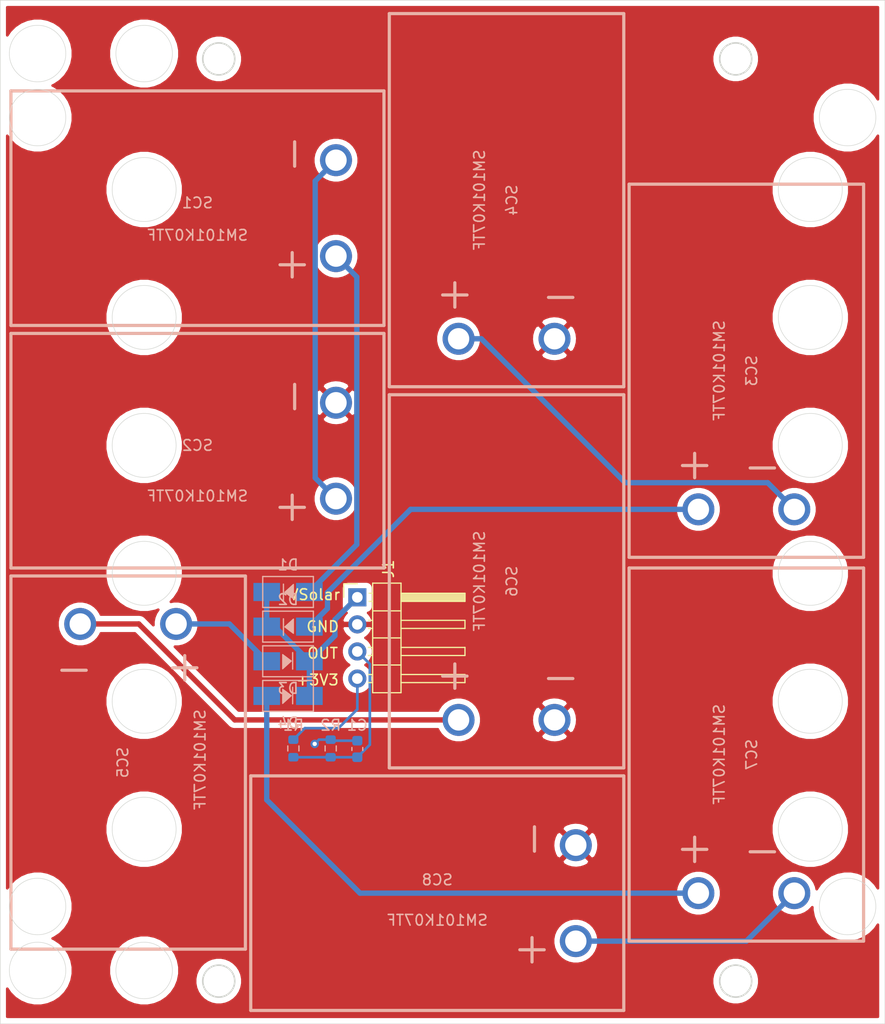
<source format=kicad_pcb>
(kicad_pcb (version 20171130) (host pcbnew "(5.1.10)-1")

  (general
    (thickness 1.6)
    (drawings 158)
    (tracks 47)
    (zones 0)
    (modules 16)
    (nets 13)
  )

  (page A4)
  (title_block
    (title "Solar Configuration for +Y; V1 Stucture")
    (date 2022-04-02)
    (rev 1.0)
  )

  (layers
    (0 F.Cu signal)
    (31 B.Cu signal)
    (32 B.Adhes user)
    (33 F.Adhes user)
    (34 B.Paste user)
    (35 F.Paste user)
    (36 B.SilkS user)
    (37 F.SilkS user)
    (38 B.Mask user)
    (39 F.Mask user)
    (40 Dwgs.User user hide)
    (41 Cmts.User user)
    (42 Eco1.User user)
    (43 Eco2.User user)
    (44 Edge.Cuts user)
    (45 Margin user)
    (46 B.CrtYd user)
    (47 F.CrtYd user)
    (48 B.Fab user)
    (49 F.Fab user hide)
  )

  (setup
    (last_trace_width 0.25)
    (user_trace_width 0.5)
    (trace_clearance 0.2)
    (zone_clearance 0.508)
    (zone_45_only no)
    (trace_min 0.2)
    (via_size 0.8)
    (via_drill 0.4)
    (via_min_size 0.4)
    (via_min_drill 0.3)
    (uvia_size 0.3)
    (uvia_drill 0.1)
    (uvias_allowed no)
    (uvia_min_size 0.2)
    (uvia_min_drill 0.1)
    (edge_width 0.05)
    (segment_width 0.2)
    (pcb_text_width 0.3)
    (pcb_text_size 1.5 1.5)
    (mod_edge_width 0.12)
    (mod_text_size 1 1)
    (mod_text_width 0.15)
    (pad_size 1.7 1.7)
    (pad_drill 1)
    (pad_to_mask_clearance 0)
    (aux_axis_origin 0 0)
    (visible_elements 7FFFFFFF)
    (pcbplotparams
      (layerselection 0x010fc_ffffffff)
      (usegerberextensions false)
      (usegerberattributes true)
      (usegerberadvancedattributes true)
      (creategerberjobfile true)
      (excludeedgelayer true)
      (linewidth 0.100000)
      (plotframeref false)
      (viasonmask false)
      (mode 1)
      (useauxorigin false)
      (hpglpennumber 1)
      (hpglpenspeed 20)
      (hpglpendiameter 15.000000)
      (psnegative false)
      (psa4output false)
      (plotreference true)
      (plotvalue true)
      (plotinvisibletext false)
      (padsonsilk false)
      (subtractmaskfromsilk false)
      (outputformat 1)
      (mirror false)
      (drillshape 1)
      (scaleselection 1)
      (outputdirectory "-Y Extras/Swiss Cheese/"))
  )

  (net 0 "")
  (net 1 GND)
  (net 2 +3V3)
  (net 3 VSOLAR)
  (net 4 OUT)
  (net 5 "Net-(SC1-Pad2)")
  (net 6 "Net-(SC3-Pad2)")
  (net 7 "Net-(SC5-Pad2)")
  (net 8 "Net-(SC7-Pad2)")
  (net 9 "Net-(D1-Pad2)")
  (net 10 "Net-(D2-Pad2)")
  (net 11 "Net-(D3-Pad2)")
  (net 12 "Net-(D4-Pad2)")

  (net_class Default "This is the default net class."
    (clearance 0.2)
    (trace_width 0.25)
    (via_dia 0.8)
    (via_drill 0.4)
    (uvia_dia 0.3)
    (uvia_drill 0.1)
    (add_net +3V3)
    (add_net GND)
    (add_net "Net-(D1-Pad2)")
    (add_net "Net-(D2-Pad2)")
    (add_net "Net-(D3-Pad2)")
    (add_net "Net-(D4-Pad2)")
    (add_net "Net-(SC1-Pad2)")
    (add_net "Net-(SC3-Pad2)")
    (add_net "Net-(SC5-Pad2)")
    (add_net "Net-(SC7-Pad2)")
    (add_net OUT)
    (add_net VSOLAR)
  )

  (module SolarPanelBoards:SM101K07TF (layer B.Cu) (tedit 614D4B0F) (tstamp 6204A931)
    (at 131 134.75)
    (path /62087697)
    (fp_text reference SC8 (at 0 -1.25) (layer B.SilkS)
      (effects (font (size 1 1) (thickness 0.15)) (justify mirror))
    )
    (fp_text value SM101K07TF (at 0 2.54) (layer B.SilkS)
      (effects (font (size 1 1) (thickness 0.15)) (justify mirror))
    )
    (fp_line (start -17.5 11) (end 17.5 11) (layer B.SilkS) (width 0.3))
    (fp_line (start 17.5 11) (end 17.5 -11) (layer B.SilkS) (width 0.3))
    (fp_line (start 17.5 -11) (end -17.5 -11) (layer B.SilkS) (width 0.3))
    (fp_line (start -17.5 -11) (end -17.5 11) (layer B.SilkS) (width 0.3))
    (fp_text user - (at 8.89 -5.08 -90) (layer B.SilkS)
      (effects (font (size 3 3) (thickness 0.3)) (justify mirror))
    )
    (fp_text user + (at 8.89 5.08) (layer B.SilkS)
      (effects (font (size 3 3) (thickness 0.3)) (justify mirror))
    )
    (pad 2 thru_hole circle (at 13 -4.5) (size 3 3) (drill 2) (layers *.Cu *.Mask)
      (net 1 GND))
    (pad 1 thru_hole circle (at 13 4.5) (size 3 3) (drill 2) (layers *.Cu *.Mask)
      (net 8 "Net-(SC7-Pad2)"))
    (model "C:/Users/grant/Downloads/SM101K07TF v3.step"
      (offset (xyz 17.5 -11 0))
      (scale (xyz 1 1 1))
      (rotate (xyz 0 0 -90))
    )
  )

  (module SolarPanelBoards:SM101K07TF (layer B.Cu) (tedit 614D4B0F) (tstamp 6244E1A5)
    (at 160 121.75 270)
    (path /6208768B)
    (fp_text reference SC7 (at 0 -0.5 90) (layer B.SilkS)
      (effects (font (size 1 1) (thickness 0.15)) (justify mirror))
    )
    (fp_text value SM101K07TF (at 0 2.54 90) (layer B.SilkS)
      (effects (font (size 1 1) (thickness 0.15)) (justify mirror))
    )
    (fp_line (start -17.5 11) (end 17.5 11) (layer B.SilkS) (width 0.3))
    (fp_line (start 17.5 11) (end 17.5 -11) (layer B.SilkS) (width 0.3))
    (fp_line (start 17.5 -11) (end -17.5 -11) (layer B.SilkS) (width 0.3))
    (fp_line (start -17.5 -11) (end -17.5 11) (layer B.SilkS) (width 0.3))
    (fp_text user - (at 8.89 -1.5 180) (layer B.SilkS)
      (effects (font (size 3 3) (thickness 0.3)) (justify mirror))
    )
    (fp_text user + (at 8.89 5.08 90) (layer B.SilkS)
      (effects (font (size 3 3) (thickness 0.3)) (justify mirror))
    )
    (pad 2 thru_hole circle (at 13 -4.5 270) (size 3 3) (drill 2) (layers *.Cu *.Mask)
      (net 8 "Net-(SC7-Pad2)"))
    (pad 1 thru_hole circle (at 13 4.5 270) (size 3 3) (drill 2) (layers *.Cu *.Mask)
      (net 12 "Net-(D4-Pad2)"))
    (model "C:/Users/grant/Downloads/SM101K07TF v3.step"
      (offset (xyz 17.5 -11 0))
      (scale (xyz 1 1 1))
      (rotate (xyz 0 0 -90))
    )
  )

  (module SolarPanelBoards:SM101K07TF (layer B.Cu) (tedit 614D4B0F) (tstamp 61285292)
    (at 137.5 105.5 270)
    (path /61455D69)
    (fp_text reference SC6 (at 0 -0.5 90) (layer B.SilkS)
      (effects (font (size 1 1) (thickness 0.15)) (justify mirror))
    )
    (fp_text value SM101K07TF (at 0 2.54 90) (layer B.SilkS)
      (effects (font (size 1 1) (thickness 0.15)) (justify mirror))
    )
    (fp_line (start -17.5 11) (end 17.5 11) (layer B.SilkS) (width 0.3))
    (fp_line (start 17.5 11) (end 17.5 -11) (layer B.SilkS) (width 0.3))
    (fp_line (start 17.5 -11) (end -17.5 -11) (layer B.SilkS) (width 0.3))
    (fp_line (start -17.5 -11) (end -17.5 11) (layer B.SilkS) (width 0.3))
    (fp_text user - (at 8.89 -5.08 180) (layer B.SilkS)
      (effects (font (size 3 3) (thickness 0.3)) (justify mirror))
    )
    (fp_text user + (at 8.89 5.08 90) (layer B.SilkS)
      (effects (font (size 3 3) (thickness 0.3)) (justify mirror))
    )
    (pad 2 thru_hole circle (at 13 -4.5 270) (size 3 3) (drill 2) (layers *.Cu *.Mask)
      (net 1 GND))
    (pad 1 thru_hole circle (at 13 4.5 270) (size 3 3) (drill 2) (layers *.Cu *.Mask)
      (net 7 "Net-(SC5-Pad2)"))
    (model "C:/Users/grant/Downloads/SM101K07TF v3.step"
      (offset (xyz 17.5 -11 0))
      (scale (xyz 1 1 1))
      (rotate (xyz 0 0 -90))
    )
  )

  (module SolarPanelBoards:SM101K07TF (layer B.Cu) (tedit 614D4B0F) (tstamp 61285286)
    (at 102 122.5 90)
    (path /61455D67)
    (fp_text reference SC5 (at 0 -0.5 90) (layer B.SilkS)
      (effects (font (size 1 1) (thickness 0.15)) (justify mirror))
    )
    (fp_text value SM101K07TF (at 0.25 6.75 90) (layer B.SilkS)
      (effects (font (size 1 1) (thickness 0.15)) (justify mirror))
    )
    (fp_line (start -17.5 11) (end 17.5 11) (layer B.SilkS) (width 0.3))
    (fp_line (start 17.5 11) (end 17.5 -11) (layer B.SilkS) (width 0.3))
    (fp_line (start 17.5 -11) (end -17.5 -11) (layer B.SilkS) (width 0.3))
    (fp_line (start -17.5 -11) (end -17.5 11) (layer B.SilkS) (width 0.3))
    (fp_text user - (at 8.89 -5.08 180) (layer B.SilkS)
      (effects (font (size 3 3) (thickness 0.3)) (justify mirror))
    )
    (fp_text user + (at 8.89 5.08 90) (layer B.SilkS)
      (effects (font (size 3 3) (thickness 0.3)) (justify mirror))
    )
    (pad 2 thru_hole circle (at 13 -4.5 90) (size 3 3) (drill 2) (layers *.Cu *.Mask)
      (net 7 "Net-(SC5-Pad2)"))
    (pad 1 thru_hole circle (at 13 4.5 90) (size 3 3) (drill 2) (layers *.Cu *.Mask)
      (net 11 "Net-(D3-Pad2)"))
    (model "C:/Users/grant/Downloads/SM101K07TF v3.step"
      (offset (xyz 17.5 -11 0))
      (scale (xyz 1 1 1))
      (rotate (xyz 0 0 -90))
    )
  )

  (module SolarPanelBoards:SM101K07TF (layer B.Cu) (tedit 614D4B0F) (tstamp 6128527A)
    (at 137.5 69.75 270)
    (path /61285A7B)
    (fp_text reference SC4 (at 0 -0.5 90) (layer B.SilkS)
      (effects (font (size 1 1) (thickness 0.15)) (justify mirror))
    )
    (fp_text value SM101K07TF (at 0 2.54 90) (layer B.SilkS)
      (effects (font (size 1 1) (thickness 0.15)) (justify mirror))
    )
    (fp_line (start -17.5 11) (end 17.5 11) (layer B.SilkS) (width 0.3))
    (fp_line (start 17.5 11) (end 17.5 -11) (layer B.SilkS) (width 0.3))
    (fp_line (start 17.5 -11) (end -17.5 -11) (layer B.SilkS) (width 0.3))
    (fp_line (start -17.5 -11) (end -17.5 11) (layer B.SilkS) (width 0.3))
    (fp_text user - (at 8.89 -5.08 180) (layer B.SilkS)
      (effects (font (size 3 3) (thickness 0.3)) (justify mirror))
    )
    (fp_text user + (at 8.89 5.08 90) (layer B.SilkS)
      (effects (font (size 3 3) (thickness 0.3)) (justify mirror))
    )
    (pad 2 thru_hole circle (at 13 -4.5 270) (size 3 3) (drill 2) (layers *.Cu *.Mask)
      (net 1 GND))
    (pad 1 thru_hole circle (at 13 4.5 270) (size 3 3) (drill 2) (layers *.Cu *.Mask)
      (net 6 "Net-(SC3-Pad2)"))
    (model "C:/Users/grant/Downloads/SM101K07TF v3.step"
      (offset (xyz 17.5 -11 0))
      (scale (xyz 1 1 1))
      (rotate (xyz 0 0 -90))
    )
  )

  (module SolarPanelBoards:SM101K07TF (layer B.Cu) (tedit 614D4B0F) (tstamp 6128526E)
    (at 160 85.75 270)
    (path /6128524D)
    (fp_text reference SC3 (at 0 -0.5 90) (layer B.SilkS)
      (effects (font (size 1 1) (thickness 0.15)) (justify mirror))
    )
    (fp_text value SM101K07TF (at 0 2.54 90) (layer B.SilkS)
      (effects (font (size 1 1) (thickness 0.15)) (justify mirror))
    )
    (fp_line (start -17.5 11) (end 17.5 11) (layer B.SilkS) (width 0.3))
    (fp_line (start 17.5 11) (end 17.5 -11) (layer B.SilkS) (width 0.3))
    (fp_line (start 17.5 -11) (end -17.5 -11) (layer B.SilkS) (width 0.3))
    (fp_line (start -17.5 -11) (end -17.5 11) (layer B.SilkS) (width 0.3))
    (fp_text user - (at 8.89 -1.5 180) (layer B.SilkS)
      (effects (font (size 3 3) (thickness 0.3)) (justify mirror))
    )
    (fp_text user + (at 8.89 5.08 90) (layer B.SilkS)
      (effects (font (size 3 3) (thickness 0.3)) (justify mirror))
    )
    (pad 2 thru_hole circle (at 13 -4.5 270) (size 3 3) (drill 2) (layers *.Cu *.Mask)
      (net 6 "Net-(SC3-Pad2)"))
    (pad 1 thru_hole circle (at 13 4.5 270) (size 3 3) (drill 2) (layers *.Cu *.Mask)
      (net 10 "Net-(D2-Pad2)"))
    (model "C:/Users/grant/Downloads/SM101K07TF v3.step"
      (offset (xyz 17.5 -11 0))
      (scale (xyz 1 1 1))
      (rotate (xyz 0 0 -90))
    )
  )

  (module SolarPanelBoards:SM101K07TF (layer B.Cu) (tedit 614D4B0F) (tstamp 61285262)
    (at 108.5 93.25)
    (path /612849A3)
    (fp_text reference SC2 (at 0 -0.5) (layer B.SilkS)
      (effects (font (size 1 1) (thickness 0.15)) (justify mirror))
    )
    (fp_text value SM101K07TF (at 0 4.25) (layer B.SilkS)
      (effects (font (size 1 1) (thickness 0.15)) (justify mirror))
    )
    (fp_line (start -17.5 11) (end 17.5 11) (layer B.SilkS) (width 0.3))
    (fp_line (start 17.5 11) (end 17.5 -11) (layer B.SilkS) (width 0.3))
    (fp_line (start 17.5 -11) (end -17.5 -11) (layer B.SilkS) (width 0.3))
    (fp_line (start -17.5 -11) (end -17.5 11) (layer B.SilkS) (width 0.3))
    (fp_text user - (at 8.89 -5.08 -90) (layer B.SilkS)
      (effects (font (size 3 3) (thickness 0.3)) (justify mirror))
    )
    (fp_text user + (at 8.89 5.08) (layer B.SilkS)
      (effects (font (size 3 3) (thickness 0.3)) (justify mirror))
    )
    (pad 2 thru_hole circle (at 13 -4.5) (size 3 3) (drill 2) (layers *.Cu *.Mask)
      (net 1 GND))
    (pad 1 thru_hole circle (at 13 4.5) (size 3 3) (drill 2) (layers *.Cu *.Mask)
      (net 5 "Net-(SC1-Pad2)"))
    (model "C:/Users/grant/Downloads/SM101K07TF v3.step"
      (offset (xyz 17.5 -11 0))
      (scale (xyz 1 1 1))
      (rotate (xyz 0 0 -90))
    )
  )

  (module SolarPanelBoards:SM101K07TF (layer B.Cu) (tedit 614D4B0F) (tstamp 61285256)
    (at 108.5 70.5)
    (path /6143BD42)
    (fp_text reference SC1 (at 0 -0.5) (layer B.SilkS)
      (effects (font (size 1 1) (thickness 0.15)) (justify mirror))
    )
    (fp_text value SM101K07TF (at 0 2.54) (layer B.SilkS)
      (effects (font (size 1 1) (thickness 0.15)) (justify mirror))
    )
    (fp_line (start -17.5 11) (end 17.5 11) (layer B.SilkS) (width 0.3))
    (fp_line (start 17.5 11) (end 17.5 -11) (layer B.SilkS) (width 0.3))
    (fp_line (start 17.5 -11) (end -17.5 -11) (layer B.SilkS) (width 0.3))
    (fp_line (start -17.5 -11) (end -17.5 11) (layer B.SilkS) (width 0.3))
    (fp_text user - (at 8.89 -5.08 -90) (layer B.SilkS)
      (effects (font (size 3 3) (thickness 0.3)) (justify mirror))
    )
    (fp_text user + (at 8.89 5.08) (layer B.SilkS)
      (effects (font (size 3 3) (thickness 0.3)) (justify mirror))
    )
    (pad 2 thru_hole circle (at 13 -4.5) (size 3 3) (drill 2) (layers *.Cu *.Mask)
      (net 5 "Net-(SC1-Pad2)"))
    (pad 1 thru_hole circle (at 13 4.5) (size 3 3) (drill 2) (layers *.Cu *.Mask)
      (net 9 "Net-(D1-Pad2)"))
    (model "C:/Users/grant/Downloads/SM101K07TF v3.step"
      (offset (xyz 17.5 -11 0))
      (scale (xyz 1 1 1))
      (rotate (xyz 0 0 -90))
    )
  )

  (module SolarPanelBoards:DO-214AC (layer B.Cu) (tedit 6131B737) (tstamp 6128521E)
    (at 117 116.25 180)
    (descr "Diode Footprint for CDBA240LL-HF")
    (path /61285A75)
    (attr smd)
    (fp_text reference D4 (at 0 -2.54) (layer B.SilkS)
      (effects (font (size 1 1) (thickness 0.15)) (justify mirror))
    )
    (fp_text value CDBA240LL-HF (at 0 2.54) (layer B.Fab)
      (effects (font (size 1 1) (thickness 0.15)) (justify mirror))
    )
    (fp_line (start -0.4318 0.8128) (end -0.4318 -0.7366) (layer B.SilkS) (width 0.12))
    (fp_poly (pts (xy 0.508 -0.7112) (xy -0.3048 0.0254) (xy 0.508 0.635)) (layer B.SilkS) (width 0.1))
    (fp_line (start -2.375 1.45) (end 2.375 1.45) (layer B.SilkS) (width 0.12))
    (fp_line (start -2.375 -1.45) (end -2.375 1.45) (layer B.SilkS) (width 0.12))
    (fp_line (start 2.375 -1.45) (end 2.375 1.45) (layer B.SilkS) (width 0.12))
    (fp_line (start -2.375 -1.45) (end 2.375 -1.45) (layer B.SilkS) (width 0.12))
    (pad 2 smd rect (at 2 0 180) (size 2.5 1.7) (layers B.Cu B.Paste B.Mask)
      (net 12 "Net-(D4-Pad2)"))
    (pad 1 smd rect (at -2 0 180) (size 2.5 1.7) (layers B.Cu B.Paste B.Mask)
      (net 3 VSOLAR))
    (model "C:/Users/grant/Downloads/sma-do-214ac-1.snapshot.1/SMA (DO-214AC).STEP"
      (at (xyz 0 0 0))
      (scale (xyz 1 1 1))
      (rotate (xyz -90 0 0))
    )
  )

  (module SolarPanelBoards:DO-214AC (layer B.Cu) (tedit 6131B737) (tstamp 61285212)
    (at 117 113 180)
    (descr "Diode Footprint for CDBA240LL-HF")
    (path /61285247)
    (attr smd)
    (fp_text reference D3 (at 0 -2.54) (layer B.SilkS)
      (effects (font (size 1 1) (thickness 0.15)) (justify mirror))
    )
    (fp_text value CDBA240LL-HF (at 0 2.54) (layer B.Fab)
      (effects (font (size 1 1) (thickness 0.15)) (justify mirror))
    )
    (fp_line (start -0.4318 0.8128) (end -0.4318 -0.7366) (layer B.SilkS) (width 0.12))
    (fp_poly (pts (xy 0.508 -0.7112) (xy -0.3048 0.0254) (xy 0.508 0.635)) (layer B.SilkS) (width 0.1))
    (fp_line (start -2.375 1.45) (end 2.375 1.45) (layer B.SilkS) (width 0.12))
    (fp_line (start -2.375 -1.45) (end -2.375 1.45) (layer B.SilkS) (width 0.12))
    (fp_line (start 2.375 -1.45) (end 2.375 1.45) (layer B.SilkS) (width 0.12))
    (fp_line (start -2.375 -1.45) (end 2.375 -1.45) (layer B.SilkS) (width 0.12))
    (pad 2 smd rect (at 2 0 180) (size 2.5 1.7) (layers B.Cu B.Paste B.Mask)
      (net 11 "Net-(D3-Pad2)"))
    (pad 1 smd rect (at -2 0 180) (size 2.5 1.7) (layers B.Cu B.Paste B.Mask)
      (net 3 VSOLAR))
    (model "C:/Users/grant/Downloads/sma-do-214ac-1.snapshot.1/SMA (DO-214AC).STEP"
      (at (xyz 0 0 0))
      (scale (xyz 1 1 1))
      (rotate (xyz -90 0 0))
    )
  )

  (module SolarPanelBoards:DO-214AC (layer B.Cu) (tedit 6131B737) (tstamp 6128522A)
    (at 117 109.75)
    (descr "Diode Footprint for CDBA240LL-HF")
    (path /61455D66)
    (attr smd)
    (fp_text reference D2 (at 0 -2.54) (layer B.SilkS)
      (effects (font (size 1 1) (thickness 0.15)) (justify mirror))
    )
    (fp_text value CDBA240LL-HF (at 0 2.54) (layer B.Fab)
      (effects (font (size 1 1) (thickness 0.15)) (justify mirror))
    )
    (fp_line (start -0.4318 0.8128) (end -0.4318 -0.7366) (layer B.SilkS) (width 0.12))
    (fp_poly (pts (xy 0.508 -0.7112) (xy -0.3048 0.0254) (xy 0.508 0.635)) (layer B.SilkS) (width 0.1))
    (fp_line (start -2.375 1.45) (end 2.375 1.45) (layer B.SilkS) (width 0.12))
    (fp_line (start -2.375 -1.45) (end -2.375 1.45) (layer B.SilkS) (width 0.12))
    (fp_line (start 2.375 -1.45) (end 2.375 1.45) (layer B.SilkS) (width 0.12))
    (fp_line (start -2.375 -1.45) (end 2.375 -1.45) (layer B.SilkS) (width 0.12))
    (pad 2 smd rect (at 2 0) (size 2.5 1.7) (layers B.Cu B.Paste B.Mask)
      (net 10 "Net-(D2-Pad2)"))
    (pad 1 smd rect (at -2 0) (size 2.5 1.7) (layers B.Cu B.Paste B.Mask)
      (net 3 VSOLAR))
    (model "C:/Users/grant/Downloads/sma-do-214ac-1.snapshot.1/SMA (DO-214AC).STEP"
      (at (xyz 0 0 0))
      (scale (xyz 1 1 1))
      (rotate (xyz -90 0 0))
    )
  )

  (module SolarPanelBoards:DO-214AC (layer B.Cu) (tedit 6131B737) (tstamp 612851FA)
    (at 117 106.5)
    (descr "Diode Footprint for CDBA240LL-HF")
    (path /61067859)
    (attr smd)
    (fp_text reference D1 (at 0 -2.54) (layer B.SilkS)
      (effects (font (size 1 1) (thickness 0.15)) (justify mirror))
    )
    (fp_text value CDBA240LL-HF (at 0 2.54) (layer B.Fab)
      (effects (font (size 1 1) (thickness 0.15)) (justify mirror))
    )
    (fp_line (start -0.4318 0.8128) (end -0.4318 -0.7366) (layer B.SilkS) (width 0.12))
    (fp_poly (pts (xy 0.508 -0.7112) (xy -0.3048 0.0254) (xy 0.508 0.635)) (layer B.SilkS) (width 0.1))
    (fp_line (start -2.375 1.45) (end 2.375 1.45) (layer B.SilkS) (width 0.12))
    (fp_line (start -2.375 -1.45) (end -2.375 1.45) (layer B.SilkS) (width 0.12))
    (fp_line (start 2.375 -1.45) (end 2.375 1.45) (layer B.SilkS) (width 0.12))
    (fp_line (start -2.375 -1.45) (end 2.375 -1.45) (layer B.SilkS) (width 0.12))
    (pad 2 smd rect (at 2 0) (size 2.5 1.7) (layers B.Cu B.Paste B.Mask)
      (net 9 "Net-(D1-Pad2)"))
    (pad 1 smd rect (at -2 0) (size 2.5 1.7) (layers B.Cu B.Paste B.Mask)
      (net 3 VSOLAR))
    (model "C:/Users/grant/Downloads/sma-do-214ac-1.snapshot.1/SMA (DO-214AC).STEP"
      (at (xyz 0 0 0))
      (scale (xyz 1 1 1))
      (rotate (xyz -90 0 0))
    )
  )

  (module Resistor_SMD:R_0603_1608Metric (layer B.Cu) (tedit 5F68FEEE) (tstamp 624547E0)
    (at 121 121.175 90)
    (descr "Resistor SMD 0603 (1608 Metric), square (rectangular) end terminal, IPC_7351 nominal, (Body size source: IPC-SM-782 page 72, https://www.pcb-3d.com/wordpress/wp-content/uploads/ipc-sm-782a_amendment_1_and_2.pdf), generated with kicad-footprint-generator")
    (tags resistor)
    (path /61FF6451)
    (attr smd)
    (fp_text reference R2 (at 2.175 0 180) (layer B.SilkS)
      (effects (font (size 1 1) (thickness 0.15)) (justify mirror))
    )
    (fp_text value R (at 0 -1.43 270) (layer B.Fab)
      (effects (font (size 1 1) (thickness 0.15)) (justify mirror))
    )
    (fp_line (start 1.48 -0.73) (end -1.48 -0.73) (layer B.CrtYd) (width 0.05))
    (fp_line (start 1.48 0.73) (end 1.48 -0.73) (layer B.CrtYd) (width 0.05))
    (fp_line (start -1.48 0.73) (end 1.48 0.73) (layer B.CrtYd) (width 0.05))
    (fp_line (start -1.48 -0.73) (end -1.48 0.73) (layer B.CrtYd) (width 0.05))
    (fp_line (start -0.237258 -0.5225) (end 0.237258 -0.5225) (layer B.SilkS) (width 0.12))
    (fp_line (start -0.237258 0.5225) (end 0.237258 0.5225) (layer B.SilkS) (width 0.12))
    (fp_line (start 0.8 -0.4125) (end -0.8 -0.4125) (layer B.Fab) (width 0.1))
    (fp_line (start 0.8 0.4125) (end 0.8 -0.4125) (layer B.Fab) (width 0.1))
    (fp_line (start -0.8 0.4125) (end 0.8 0.4125) (layer B.Fab) (width 0.1))
    (fp_line (start -0.8 -0.4125) (end -0.8 0.4125) (layer B.Fab) (width 0.1))
    (fp_text user %R (at 0 0 270) (layer B.Fab)
      (effects (font (size 0.4 0.4) (thickness 0.06)) (justify mirror))
    )
    (pad 2 smd roundrect (at 0.825 0 90) (size 0.8 0.95) (layers B.Cu B.Paste B.Mask) (roundrect_rratio 0.25)
      (net 1 GND))
    (pad 1 smd roundrect (at -0.825 0 90) (size 0.8 0.95) (layers B.Cu B.Paste B.Mask) (roundrect_rratio 0.25)
      (net 4 OUT))
    (model ${KISYS3DMOD}/Resistor_SMD.3dshapes/R_0603_1608Metric.wrl
      (at (xyz 0 0 0))
      (scale (xyz 1 1 1))
      (rotate (xyz 0 0 0))
    )
  )

  (module Resistor_SMD:R_0603_1608Metric (layer B.Cu) (tedit 5F68FEEE) (tstamp 624547B0)
    (at 117.5 121.175 270)
    (descr "Resistor SMD 0603 (1608 Metric), square (rectangular) end terminal, IPC_7351 nominal, (Body size source: IPC-SM-782 page 72, https://www.pcb-3d.com/wordpress/wp-content/uploads/ipc-sm-782a_amendment_1_and_2.pdf), generated with kicad-footprint-generator")
    (tags resistor)
    (path /61FF37C8)
    (attr smd)
    (fp_text reference R1 (at -2.175 -0.009 180) (layer B.SilkS)
      (effects (font (size 1 1) (thickness 0.15)) (justify mirror))
    )
    (fp_text value ALS-PT19 (at 0 -1.43 270) (layer B.Fab)
      (effects (font (size 1 1) (thickness 0.15)) (justify mirror))
    )
    (fp_line (start 1.48 -0.73) (end -1.48 -0.73) (layer B.CrtYd) (width 0.05))
    (fp_line (start 1.48 0.73) (end 1.48 -0.73) (layer B.CrtYd) (width 0.05))
    (fp_line (start -1.48 0.73) (end 1.48 0.73) (layer B.CrtYd) (width 0.05))
    (fp_line (start -1.48 -0.73) (end -1.48 0.73) (layer B.CrtYd) (width 0.05))
    (fp_line (start -0.237258 -0.5225) (end 0.237258 -0.5225) (layer B.SilkS) (width 0.12))
    (fp_line (start -0.237258 0.5225) (end 0.237258 0.5225) (layer B.SilkS) (width 0.12))
    (fp_line (start 0.8 -0.4125) (end -0.8 -0.4125) (layer B.Fab) (width 0.1))
    (fp_line (start 0.8 0.4125) (end 0.8 -0.4125) (layer B.Fab) (width 0.1))
    (fp_line (start -0.8 0.4125) (end 0.8 0.4125) (layer B.Fab) (width 0.1))
    (fp_line (start -0.8 -0.4125) (end -0.8 0.4125) (layer B.Fab) (width 0.1))
    (fp_text user %R (at 0 0 270) (layer B.Fab)
      (effects (font (size 0.4 0.4) (thickness 0.06)) (justify mirror))
    )
    (pad 2 smd roundrect (at 0.825 0 270) (size 0.8 0.95) (layers B.Cu B.Paste B.Mask) (roundrect_rratio 0.25)
      (net 4 OUT))
    (pad 1 smd roundrect (at -0.825 0 270) (size 0.8 0.95) (layers B.Cu B.Paste B.Mask) (roundrect_rratio 0.25)
      (net 2 +3V3))
    (model ${KISYS3DMOD}/Resistor_SMD.3dshapes/R_0603_1608Metric.wrl
      (at (xyz 0 0 0))
      (scale (xyz 1 1 1))
      (rotate (xyz 0 0 0))
    )
  )

  (module Capacitor_SMD:C_0603_1608Metric (layer B.Cu) (tedit 5F68FEEE) (tstamp 62454810)
    (at 123.5 121.225 90)
    (descr "Capacitor SMD 0603 (1608 Metric), square (rectangular) end terminal, IPC_7351 nominal, (Body size source: IPC-SM-782 page 76, https://www.pcb-3d.com/wordpress/wp-content/uploads/ipc-sm-782a_amendment_1_and_2.pdf), generated with kicad-footprint-generator")
    (tags capacitor)
    (path /61FF8764)
    (attr smd)
    (fp_text reference C1 (at 2.225 0 180) (layer B.SilkS)
      (effects (font (size 1 1) (thickness 0.15)) (justify mirror))
    )
    (fp_text value C (at 0 -1.43 270) (layer B.Fab)
      (effects (font (size 1 1) (thickness 0.15)) (justify mirror))
    )
    (fp_line (start 1.48 -0.73) (end -1.48 -0.73) (layer B.CrtYd) (width 0.05))
    (fp_line (start 1.48 0.73) (end 1.48 -0.73) (layer B.CrtYd) (width 0.05))
    (fp_line (start -1.48 0.73) (end 1.48 0.73) (layer B.CrtYd) (width 0.05))
    (fp_line (start -1.48 -0.73) (end -1.48 0.73) (layer B.CrtYd) (width 0.05))
    (fp_line (start -0.14058 -0.51) (end 0.14058 -0.51) (layer B.SilkS) (width 0.12))
    (fp_line (start -0.14058 0.51) (end 0.14058 0.51) (layer B.SilkS) (width 0.12))
    (fp_line (start 0.8 -0.4) (end -0.8 -0.4) (layer B.Fab) (width 0.1))
    (fp_line (start 0.8 0.4) (end 0.8 -0.4) (layer B.Fab) (width 0.1))
    (fp_line (start -0.8 0.4) (end 0.8 0.4) (layer B.Fab) (width 0.1))
    (fp_line (start -0.8 -0.4) (end -0.8 0.4) (layer B.Fab) (width 0.1))
    (fp_text user %R (at 0 0 270) (layer B.Fab)
      (effects (font (size 0.4 0.4) (thickness 0.06)) (justify mirror))
    )
    (pad 2 smd roundrect (at 0.775 0 90) (size 0.9 0.95) (layers B.Cu B.Paste B.Mask) (roundrect_rratio 0.25)
      (net 1 GND))
    (pad 1 smd roundrect (at -0.775 0 90) (size 0.9 0.95) (layers B.Cu B.Paste B.Mask) (roundrect_rratio 0.25)
      (net 4 OUT))
    (model ${KISYS3DMOD}/Capacitor_SMD.3dshapes/C_0603_1608Metric.wrl
      (at (xyz 0 0 0))
      (scale (xyz 1 1 1))
      (rotate (xyz 0 0 0))
    )
  )

  (module Connector_PinHeader_2.54mm:PinHeader_1x04_P2.54mm_Horizontal (layer F.Cu) (tedit 59FED5CB) (tstamp 6245487C)
    (at 123.5 107)
    (descr "Through hole angled pin header, 1x04, 2.54mm pitch, 6mm pin length, single row")
    (tags "Through hole angled pin header THT 1x04 2.54mm single row")
    (path /61F4A1BA)
    (fp_text reference J1 (at 2.921 -2.667 -270) (layer F.SilkS)
      (effects (font (size 1 1) (thickness 0.15)))
    )
    (fp_text value Conn_01x04 (at 4.385 9.89 -180) (layer F.Fab)
      (effects (font (size 1 1) (thickness 0.15)))
    )
    (fp_line (start 2.135 -1.27) (end 4.04 -1.27) (layer F.Fab) (width 0.1))
    (fp_line (start 4.04 -1.27) (end 4.04 8.89) (layer F.Fab) (width 0.1))
    (fp_line (start 4.04 8.89) (end 1.5 8.89) (layer F.Fab) (width 0.1))
    (fp_line (start 1.5 8.89) (end 1.5 -0.635) (layer F.Fab) (width 0.1))
    (fp_line (start 1.5 -0.635) (end 2.135 -1.27) (layer F.Fab) (width 0.1))
    (fp_line (start -0.32 -0.32) (end 1.5 -0.32) (layer F.Fab) (width 0.1))
    (fp_line (start -0.32 -0.32) (end -0.32 0.32) (layer F.Fab) (width 0.1))
    (fp_line (start -0.32 0.32) (end 1.5 0.32) (layer F.Fab) (width 0.1))
    (fp_line (start 4.04 -0.32) (end 10.04 -0.32) (layer F.Fab) (width 0.1))
    (fp_line (start 10.04 -0.32) (end 10.04 0.32) (layer F.Fab) (width 0.1))
    (fp_line (start 4.04 0.32) (end 10.04 0.32) (layer F.Fab) (width 0.1))
    (fp_line (start -0.32 2.22) (end 1.5 2.22) (layer F.Fab) (width 0.1))
    (fp_line (start -0.32 2.22) (end -0.32 2.86) (layer F.Fab) (width 0.1))
    (fp_line (start -0.32 2.86) (end 1.5 2.86) (layer F.Fab) (width 0.1))
    (fp_line (start 4.04 2.22) (end 10.04 2.22) (layer F.Fab) (width 0.1))
    (fp_line (start 10.04 2.22) (end 10.04 2.86) (layer F.Fab) (width 0.1))
    (fp_line (start 4.04 2.86) (end 10.04 2.86) (layer F.Fab) (width 0.1))
    (fp_line (start -0.32 4.76) (end 1.5 4.76) (layer F.Fab) (width 0.1))
    (fp_line (start -0.32 4.76) (end -0.32 5.4) (layer F.Fab) (width 0.1))
    (fp_line (start -0.32 5.4) (end 1.5 5.4) (layer F.Fab) (width 0.1))
    (fp_line (start 4.04 4.76) (end 10.04 4.76) (layer F.Fab) (width 0.1))
    (fp_line (start 10.04 4.76) (end 10.04 5.4) (layer F.Fab) (width 0.1))
    (fp_line (start 4.04 5.4) (end 10.04 5.4) (layer F.Fab) (width 0.1))
    (fp_line (start -0.32 7.3) (end 1.5 7.3) (layer F.Fab) (width 0.1))
    (fp_line (start -0.32 7.3) (end -0.32 7.94) (layer F.Fab) (width 0.1))
    (fp_line (start -0.32 7.94) (end 1.5 7.94) (layer F.Fab) (width 0.1))
    (fp_line (start 4.04 7.3) (end 10.04 7.3) (layer F.Fab) (width 0.1))
    (fp_line (start 10.04 7.3) (end 10.04 7.94) (layer F.Fab) (width 0.1))
    (fp_line (start 4.04 7.94) (end 10.04 7.94) (layer F.Fab) (width 0.1))
    (fp_line (start 1.44 -1.33) (end 1.44 8.95) (layer F.SilkS) (width 0.12))
    (fp_line (start 1.44 8.95) (end 4.1 8.95) (layer F.SilkS) (width 0.12))
    (fp_line (start 4.1 8.95) (end 4.1 -1.33) (layer F.SilkS) (width 0.12))
    (fp_line (start 4.1 -1.33) (end 1.44 -1.33) (layer F.SilkS) (width 0.12))
    (fp_line (start 4.1 -0.38) (end 10.1 -0.38) (layer F.SilkS) (width 0.12))
    (fp_line (start 10.1 -0.38) (end 10.1 0.38) (layer F.SilkS) (width 0.12))
    (fp_line (start 10.1 0.38) (end 4.1 0.38) (layer F.SilkS) (width 0.12))
    (fp_line (start 4.1 -0.32) (end 10.1 -0.32) (layer F.SilkS) (width 0.12))
    (fp_line (start 4.1 -0.2) (end 10.1 -0.2) (layer F.SilkS) (width 0.12))
    (fp_line (start 4.1 -0.08) (end 10.1 -0.08) (layer F.SilkS) (width 0.12))
    (fp_line (start 4.1 0.04) (end 10.1 0.04) (layer F.SilkS) (width 0.12))
    (fp_line (start 4.1 0.16) (end 10.1 0.16) (layer F.SilkS) (width 0.12))
    (fp_line (start 4.1 0.28) (end 10.1 0.28) (layer F.SilkS) (width 0.12))
    (fp_line (start 1.11 -0.38) (end 1.44 -0.38) (layer F.SilkS) (width 0.12))
    (fp_line (start 1.11 0.38) (end 1.44 0.38) (layer F.SilkS) (width 0.12))
    (fp_line (start 1.44 1.27) (end 4.1 1.27) (layer F.SilkS) (width 0.12))
    (fp_line (start 4.1 2.16) (end 10.1 2.16) (layer F.SilkS) (width 0.12))
    (fp_line (start 10.1 2.16) (end 10.1 2.92) (layer F.SilkS) (width 0.12))
    (fp_line (start 10.1 2.92) (end 4.1 2.92) (layer F.SilkS) (width 0.12))
    (fp_line (start 1.042929 2.16) (end 1.44 2.16) (layer F.SilkS) (width 0.12))
    (fp_line (start 1.042929 2.92) (end 1.44 2.92) (layer F.SilkS) (width 0.12))
    (fp_line (start 1.44 3.81) (end 4.1 3.81) (layer F.SilkS) (width 0.12))
    (fp_line (start 4.1 4.7) (end 10.1 4.7) (layer F.SilkS) (width 0.12))
    (fp_line (start 10.1 4.7) (end 10.1 5.46) (layer F.SilkS) (width 0.12))
    (fp_line (start 10.1 5.46) (end 4.1 5.46) (layer F.SilkS) (width 0.12))
    (fp_line (start 1.042929 4.7) (end 1.44 4.7) (layer F.SilkS) (width 0.12))
    (fp_line (start 1.042929 5.46) (end 1.44 5.46) (layer F.SilkS) (width 0.12))
    (fp_line (start 1.44 6.35) (end 4.1 6.35) (layer F.SilkS) (width 0.12))
    (fp_line (start 4.1 7.24) (end 10.1 7.24) (layer F.SilkS) (width 0.12))
    (fp_line (start 10.1 7.24) (end 10.1 8) (layer F.SilkS) (width 0.12))
    (fp_line (start 10.1 8) (end 4.1 8) (layer F.SilkS) (width 0.12))
    (fp_line (start 1.042929 7.24) (end 1.44 7.24) (layer F.SilkS) (width 0.12))
    (fp_line (start 1.042929 8) (end 1.44 8) (layer F.SilkS) (width 0.12))
    (fp_line (start -1.27 0) (end -1.27 -1.27) (layer F.SilkS) (width 0.12))
    (fp_line (start -1.27 -1.27) (end 0 -1.27) (layer F.SilkS) (width 0.12))
    (fp_line (start -1.8 -1.8) (end -1.8 9.4) (layer F.CrtYd) (width 0.05))
    (fp_line (start -1.8 9.4) (end 10.55 9.4) (layer F.CrtYd) (width 0.05))
    (fp_line (start 10.55 9.4) (end 10.55 -1.8) (layer F.CrtYd) (width 0.05))
    (fp_line (start 10.55 -1.8) (end -1.8 -1.8) (layer F.CrtYd) (width 0.05))
    (fp_text user %R (at 2.77 3.81 -90) (layer F.Fab)
      (effects (font (size 1 1) (thickness 0.15)))
    )
    (pad 4 thru_hole oval (at 0 7.62) (size 1.7 1.7) (drill 1) (layers *.Cu *.Mask)
      (net 2 +3V3))
    (pad 3 thru_hole oval (at 0 5.08) (size 1.7 1.7) (drill 1) (layers *.Cu *.Mask)
      (net 4 OUT))
    (pad 2 thru_hole oval (at 0 2.54) (size 1.7 1.7) (drill 1) (layers *.Cu *.Mask)
      (net 1 GND))
    (pad 1 thru_hole rect (at 0 0) (size 1.7 1.7) (drill 1) (layers *.Cu *.Mask)
      (net 3 VSOLAR))
    (model ${KISYS3DMOD}/Connector_PinHeader_2.54mm.3dshapes/PinHeader_1x04_P2.54mm_Horizontal.wrl
      (at (xyz 0 0 0))
      (scale (xyz 1 1 1))
      (rotate (xyz 0 0 0))
    )
  )

  (gr_circle (center 166 68.75) (end 166 71.75) (layer Edge.Cuts) (width 0.05) (tstamp 6245597E))
  (gr_circle (center 166 80.75) (end 166 83.75) (layer Edge.Cuts) (width 0.05) (tstamp 6245597E))
  (gr_circle (center 166 92.75) (end 166 95.75) (layer Edge.Cuts) (width 0.05) (tstamp 6245597E))
  (gr_circle (center 166 104.75) (end 166 107.75) (layer Edge.Cuts) (width 0.05) (tstamp 6245597E))
  (gr_circle (center 166 116.75) (end 166 119.75) (layer Edge.Cuts) (width 0.05) (tstamp 6245597E))
  (gr_circle (center 166 128.75) (end 166 131.75) (layer Edge.Cuts) (width 0.05) (tstamp 6245597E))
  (gr_circle (center 103.5 68.75) (end 103.5 71.75) (layer Edge.Cuts) (width 0.05) (tstamp 6245597E))
  (gr_circle (center 103.5 80.75) (end 103.5 83.75) (layer Edge.Cuts) (width 0.05) (tstamp 6245597E))
  (gr_circle (center 103.5 92.75) (end 103.5 95.75) (layer Edge.Cuts) (width 0.05) (tstamp 6245597E))
  (gr_circle (center 103.5 104.75) (end 103.5 107.75) (layer Edge.Cuts) (width 0.05) (tstamp 6245597E))
  (gr_circle (center 103.5 116.75) (end 103.5 119.75) (layer Edge.Cuts) (width 0.05) (tstamp 6245597E))
  (gr_circle (center 103.5 128.75) (end 103.5 131.75) (layer Edge.Cuts) (width 0.05))
  (gr_circle (center 169.5 136) (end 172.15 136) (layer Edge.Cuts) (width 0.05) (tstamp 62455966))
  (gr_circle (center 169.5 62) (end 172.15 62) (layer Edge.Cuts) (width 0.05) (tstamp 62455966))
  (gr_circle (center 103.5 56) (end 106.15 56) (layer Edge.Cuts) (width 0.05) (tstamp 62455966))
  (gr_circle (center 93.5 56) (end 96.15 56) (layer Edge.Cuts) (width 0.05) (tstamp 62455966))
  (gr_circle (center 93.5 62) (end 96.15 62) (layer Edge.Cuts) (width 0.05) (tstamp 62455966))
  (gr_circle (center 103.5 142) (end 106.15 142) (layer Edge.Cuts) (width 0.05) (tstamp 62455966))
  (gr_circle (center 93.5 142) (end 96.15 142) (layer Edge.Cuts) (width 0.05) (tstamp 62455966))
  (gr_circle (center 93.5 136) (end 96.15 136) (layer Edge.Cuts) (width 0.05))
  (gr_line (start 161 138) (end 108.5 138) (layer Dwgs.User) (width 0.15))
  (gr_line (start 108.5 61.5) (end 108.5 138) (layer Dwgs.User) (width 0.15))
  (gr_line (start 161 61.5) (end 108.5 61.5) (layer Dwgs.User) (width 0.15))
  (gr_line (start 161 137.5) (end 161 138) (layer Dwgs.User) (width 0.15))
  (gr_line (start 161 136) (end 161 137.5) (layer Dwgs.User) (width 0.15))
  (gr_line (start 161 135.5) (end 161 136) (layer Dwgs.User) (width 0.15))
  (gr_line (start 161 61.5) (end 161 135.5) (layer Dwgs.User) (width 0.15))
  (dimension 9 (width 0.15) (layer Dwgs.User)
    (gr_text "9.000 mm" (at 174.8 142.5 90) (layer Dwgs.User)
      (effects (font (size 1 1) (thickness 0.15)))
    )
    (feature1 (pts (xy 173 138) (xy 174.086421 138)))
    (feature2 (pts (xy 173 147) (xy 174.086421 147)))
    (crossbar (pts (xy 173.5 147) (xy 173.5 138)))
    (arrow1a (pts (xy 173.5 138) (xy 174.086421 139.126504)))
    (arrow1b (pts (xy 173.5 138) (xy 172.913579 139.126504)))
    (arrow2a (pts (xy 173.5 147) (xy 174.086421 145.873496)))
    (arrow2b (pts (xy 173.5 147) (xy 172.913579 145.873496)))
  )
  (dimension 10.5 (width 0.15) (layer Dwgs.User)
    (gr_text "10.500 mm" (at 175.8 56.25 270) (layer Dwgs.User)
      (effects (font (size 1 1) (thickness 0.15)))
    )
    (feature1 (pts (xy 173 61.5) (xy 175.086421 61.5)))
    (feature2 (pts (xy 173 51) (xy 175.086421 51)))
    (crossbar (pts (xy 174.5 51) (xy 174.5 61.5)))
    (arrow1a (pts (xy 174.5 61.5) (xy 173.913579 60.373496)))
    (arrow1b (pts (xy 174.5 61.5) (xy 175.086421 60.373496)))
    (arrow2a (pts (xy 174.5 51) (xy 173.913579 52.126504)))
    (arrow2b (pts (xy 174.5 51) (xy 175.086421 52.126504)))
  )
  (dimension 12 (width 0.15) (layer Dwgs.User)
    (gr_text "12.000 mm" (at 167 45.2) (layer Dwgs.User)
      (effects (font (size 1 1) (thickness 0.15)))
    )
    (feature1 (pts (xy 161 51) (xy 161 45.913579)))
    (feature2 (pts (xy 173 51) (xy 173 45.913579)))
    (crossbar (pts (xy 173 46.5) (xy 161 46.5)))
    (arrow1a (pts (xy 161 46.5) (xy 162.126504 45.913579)))
    (arrow1b (pts (xy 161 46.5) (xy 162.126504 47.086421)))
    (arrow2a (pts (xy 173 46.5) (xy 171.873496 45.913579)))
    (arrow2b (pts (xy 173 46.5) (xy 171.873496 47.086421)))
  )
  (gr_circle (center 93.5 136) (end 96.15 136) (layer Dwgs.User) (width 0.15) (tstamp 62453DB7))
  (dimension 6 (width 0.15) (layer Dwgs.User)
    (gr_text "6.000 mm" (at 80.7 139 90) (layer Dwgs.User)
      (effects (font (size 1 1) (thickness 0.15)))
    )
    (feature1 (pts (xy 93.5 136) (xy 81.413579 136)))
    (feature2 (pts (xy 93.5 142) (xy 81.413579 142)))
    (crossbar (pts (xy 82 142) (xy 82 136)))
    (arrow1a (pts (xy 82 136) (xy 82.586421 137.126504)))
    (arrow1b (pts (xy 82 136) (xy 81.413579 137.126504)))
    (arrow2a (pts (xy 82 142) (xy 82.586421 140.873496)))
    (arrow2b (pts (xy 82 142) (xy 81.413579 140.873496)))
  )
  (gr_circle (center 93.5 142) (end 96.15 142) (layer Dwgs.User) (width 0.15) (tstamp 62453DB7))
  (gr_circle (center 93.5 62) (end 96.15 62) (layer Dwgs.User) (width 0.15) (tstamp 62453DB7))
  (gr_circle (center 93.5 56) (end 96.15 56) (layer Dwgs.User) (width 0.15) (tstamp 62453DB7))
  (gr_line (start 93.5 56) (end 93.5 147) (layer Dwgs.User) (width 0.15))
  (dimension 6 (width 0.15) (layer Dwgs.User)
    (gr_text "6.000 mm" (at 81.2 59 270) (layer Dwgs.User)
      (effects (font (size 1 1) (thickness 0.15)))
    )
    (feature1 (pts (xy 93.5 62) (xy 81.913579 62)))
    (feature2 (pts (xy 93.5 56) (xy 81.913579 56)))
    (crossbar (pts (xy 82.5 56) (xy 82.5 62)))
    (arrow1a (pts (xy 82.5 62) (xy 81.913579 60.873496)))
    (arrow1b (pts (xy 82.5 62) (xy 83.086421 60.873496)))
    (arrow2a (pts (xy 82.5 56) (xy 81.913579 57.126504)))
    (arrow2b (pts (xy 82.5 56) (xy 83.086421 57.126504)))
  )
  (dimension 10 (width 0.15) (layer Dwgs.User)
    (gr_text "10.000 mm" (at 98.5 41.7) (layer Dwgs.User)
      (effects (font (size 1 1) (thickness 0.15)))
    )
    (feature1 (pts (xy 93.5 56) (xy 93.5 42.413579)))
    (feature2 (pts (xy 103.5 56) (xy 103.5 42.413579)))
    (crossbar (pts (xy 103.5 43) (xy 93.5 43)))
    (arrow1a (pts (xy 93.5 43) (xy 94.626504 42.413579)))
    (arrow1b (pts (xy 93.5 43) (xy 94.626504 43.586421)))
    (arrow2a (pts (xy 103.5 43) (xy 102.373496 42.413579)))
    (arrow2b (pts (xy 103.5 43) (xy 102.373496 43.586421)))
  )
  (dimension 96 (width 0.15) (layer Dwgs.User)
    (gr_text "96.000 mm" (at 190.3 99 270) (layer Dwgs.User)
      (effects (font (size 1 1) (thickness 0.15)))
    )
    (feature1 (pts (xy 173 147) (xy 189.586421 147)))
    (feature2 (pts (xy 173 51) (xy 189.586421 51)))
    (crossbar (pts (xy 189 51) (xy 189 147)))
    (arrow1a (pts (xy 189 147) (xy 188.413579 145.873496)))
    (arrow1b (pts (xy 189 147) (xy 189.586421 145.873496)))
    (arrow2a (pts (xy 189 51) (xy 188.413579 52.126504)))
    (arrow2b (pts (xy 189 51) (xy 189.586421 52.126504)))
  )
  (gr_line (start 168.65 92.5) (end 168.65 93) (layer Dwgs.User) (width 0.15) (tstamp 62453D2B))
  (gr_line (start 168.65 128.5) (end 168.65 129) (layer Dwgs.User) (width 0.15) (tstamp 62453D2A))
  (gr_line (start 168.65 104.5) (end 168.65 105) (layer Dwgs.User) (width 0.15) (tstamp 62453D29))
  (gr_line (start 168.65 80.5) (end 168.65 81) (layer Dwgs.User) (width 0.15) (tstamp 62453D28))
  (gr_line (start 163.35 80.5) (end 163.35 81) (layer Dwgs.User) (width 0.15) (tstamp 62453D27))
  (gr_line (start 166 68.5) (end 166 128.5) (layer Dwgs.User) (width 0.15) (tstamp 62453D26))
  (gr_line (start 163.35 117) (end 163.35 116.5) (layer Dwgs.User) (width 0.15) (tstamp 62453D25))
  (gr_line (start 163.35 129) (end 163.35 128.5) (layer Dwgs.User) (width 0.15) (tstamp 62453D24))
  (gr_line (start 163.35 69) (end 163.35 68.5) (layer Dwgs.User) (width 0.15) (tstamp 62453D23))
  (gr_line (start 163.35 92.5) (end 163.35 93) (layer Dwgs.User) (width 0.15) (tstamp 62453D22))
  (gr_circle (center 166 104.5) (end 168.65 104.5) (layer Dwgs.User) (width 0.15) (tstamp 62453D21))
  (gr_circle (center 166 128.5) (end 168.65 128.5) (layer Dwgs.User) (width 0.15) (tstamp 62453D20))
  (gr_line (start 163.35 105) (end 163.35 104.5) (layer Dwgs.User) (width 0.15) (tstamp 62453D1F))
  (gr_line (start 168.65 116.5) (end 168.65 117) (layer Dwgs.User) (width 0.15) (tstamp 62453D1E))
  (gr_line (start 168.65 69) (end 168.65 68.5) (layer Dwgs.User) (width 0.15) (tstamp 62453D1D))
  (gr_circle (center 166 129) (end 168.65 129) (layer Dwgs.User) (width 0.15) (tstamp 62453D1C))
  (gr_circle (center 166 69) (end 168.65 69) (layer Dwgs.User) (width 0.15) (tstamp 62453D1B))
  (gr_circle (center 166 116.5) (end 168.65 116.5) (layer Dwgs.User) (width 0.15) (tstamp 62453D1A))
  (gr_circle (center 166 80.5) (end 168.65 80.5) (layer Dwgs.User) (width 0.15) (tstamp 62453D19))
  (gr_circle (center 166 92.5) (end 168.65 92.5) (layer Dwgs.User) (width 0.15) (tstamp 62453D18))
  (gr_circle (center 166 68.5) (end 168.65 68.5) (layer Dwgs.User) (width 0.15) (tstamp 62453D17))
  (gr_circle (center 166 117) (end 168.65 117) (layer Dwgs.User) (width 0.15) (tstamp 62453D16))
  (gr_circle (center 166 81) (end 168.65 81) (layer Dwgs.User) (width 0.15) (tstamp 62453D15))
  (gr_circle (center 166 93) (end 168.65 93) (layer Dwgs.User) (width 0.15) (tstamp 62453D14))
  (gr_circle (center 166 68.5) (end 168.65 68.5) (layer Dwgs.User) (width 0.15) (tstamp 62453D12))
  (gr_circle (center 166 129) (end 168.65 129) (layer Dwgs.User) (width 0.15) (tstamp 62453D11))
  (gr_line (start 166 69) (end 166 129) (layer Dwgs.User) (width 0.15) (tstamp 62453D10))
  (gr_circle (center 166 105) (end 168.65 105) (layer Dwgs.User) (width 0.15) (tstamp 62453D0E))
  (gr_line (start 166 56) (end 166 147) (layer Dwgs.User) (width 0.15) (tstamp 62453D0D))
  (gr_line (start 106.15 69) (end 106.15 68.5) (layer Dwgs.User) (width 0.15) (tstamp 62453CF6))
  (gr_line (start 100.85 69) (end 100.85 68.5) (layer Dwgs.User) (width 0.15) (tstamp 62453CF5))
  (gr_line (start 106.15 80.5) (end 106.15 81) (layer Dwgs.User) (width 0.15) (tstamp 62453CF4))
  (gr_line (start 100.85 80.5) (end 100.85 81) (layer Dwgs.User) (width 0.15) (tstamp 62453CF3))
  (gr_line (start 106.15 92.5) (end 106.15 93) (layer Dwgs.User) (width 0.15) (tstamp 62453CF2))
  (gr_line (start 100.85 92.5) (end 100.85 93) (layer Dwgs.User) (width 0.15) (tstamp 62453CF1))
  (gr_line (start 106.15 104.5) (end 106.15 105) (layer Dwgs.User) (width 0.15) (tstamp 62453CF0))
  (gr_line (start 100.85 105) (end 100.85 104.5) (layer Dwgs.User) (width 0.15) (tstamp 62453CEF))
  (gr_line (start 106.15 116.5) (end 106.15 117) (layer Dwgs.User) (width 0.15) (tstamp 62453CEE))
  (gr_line (start 100.85 117) (end 100.85 116.5) (layer Dwgs.User) (width 0.15) (tstamp 62453CED))
  (gr_line (start 106.15 128.5) (end 106.15 129) (layer Dwgs.User) (width 0.15) (tstamp 62453CEC))
  (gr_line (start 100.85 129) (end 100.85 128.5) (layer Dwgs.User) (width 0.15) (tstamp 62453CEB))
  (gr_circle (center 103.5 104.5) (end 106.15 104.5) (layer Dwgs.User) (width 0.15) (tstamp 62453CB4))
  (gr_circle (center 103.5 128.5) (end 106.15 128.5) (layer Dwgs.User) (width 0.15) (tstamp 62453CB3))
  (gr_line (start 103.5 68.5) (end 103.5 128.5) (layer Dwgs.User) (width 0.15) (tstamp 62453CB2))
  (gr_circle (center 103.5 116.5) (end 106.15 116.5) (layer Dwgs.User) (width 0.15) (tstamp 62453CB1))
  (gr_circle (center 103.5 80.5) (end 106.15 80.5) (layer Dwgs.User) (width 0.15) (tstamp 62453CAA))
  (gr_circle (center 103.5 92.5) (end 106.15 92.5) (layer Dwgs.User) (width 0.15) (tstamp 62453CA9))
  (gr_circle (center 103.5 68.5) (end 106.15 68.5) (layer Dwgs.User) (width 0.15) (tstamp 62453CA4))
  (gr_circle (center 103.5 105) (end 106.15 105) (layer Dwgs.User) (width 0.15) (tstamp 62453CB4))
  (gr_circle (center 103.5 129) (end 106.15 129) (layer Dwgs.User) (width 0.15) (tstamp 62453CB3))
  (gr_line (start 103.5 69) (end 103.5 129) (layer Dwgs.User) (width 0.15) (tstamp 62453CB2))
  (gr_circle (center 103.5 117) (end 106.15 117) (layer Dwgs.User) (width 0.15) (tstamp 62453CB1))
  (gr_circle (center 103.5 81) (end 106.15 81) (layer Dwgs.User) (width 0.15) (tstamp 62453CAA))
  (gr_circle (center 103.5 93) (end 106.15 93) (layer Dwgs.User) (width 0.15) (tstamp 62453CA9))
  (gr_circle (center 103.5 69) (end 106.15 69) (layer Dwgs.User) (width 0.15) (tstamp 62453CA4))
  (gr_circle (center 60 118) (end 62.65 118) (layer Dwgs.User) (width 0.15) (tstamp 62453C9B))
  (gr_circle (center 60 106) (end 62.65 106) (layer Dwgs.User) (width 0.15) (tstamp 62453C9B))
  (gr_circle (center 60 94) (end 62.65 94) (layer Dwgs.User) (width 0.15) (tstamp 62453C9B))
  (gr_circle (center 60 82) (end 62.65 82) (layer Dwgs.User) (width 0.15) (tstamp 62453C9B))
  (dimension 12 (width 0.15) (layer Dwgs.User)
    (gr_text "12.000 mm" (at 51.2 124 270) (layer Dwgs.User)
      (effects (font (size 1 1) (thickness 0.15)))
    )
    (feature1 (pts (xy 60 130) (xy 51.913579 130)))
    (feature2 (pts (xy 60 118) (xy 51.913579 118)))
    (crossbar (pts (xy 52.5 118) (xy 52.5 130)))
    (arrow1a (pts (xy 52.5 130) (xy 51.913579 128.873496)))
    (arrow1b (pts (xy 52.5 130) (xy 53.086421 128.873496)))
    (arrow2a (pts (xy 52.5 118) (xy 51.913579 119.126504)))
    (arrow2b (pts (xy 52.5 118) (xy 53.086421 119.126504)))
  )
  (dimension 12 (width 0.15) (layer Dwgs.User)
    (gr_text "12.000 mm" (at 51.2 112 270) (layer Dwgs.User)
      (effects (font (size 1 1) (thickness 0.15)))
    )
    (feature1 (pts (xy 60 118) (xy 51.913579 118)))
    (feature2 (pts (xy 60 106) (xy 51.913579 106)))
    (crossbar (pts (xy 52.5 106) (xy 52.5 118)))
    (arrow1a (pts (xy 52.5 118) (xy 51.913579 116.873496)))
    (arrow1b (pts (xy 52.5 118) (xy 53.086421 116.873496)))
    (arrow2a (pts (xy 52.5 106) (xy 51.913579 107.126504)))
    (arrow2b (pts (xy 52.5 106) (xy 53.086421 107.126504)))
  )
  (dimension 12 (width 0.15) (layer Dwgs.User)
    (gr_text "12.000 mm" (at 51.2 100 270) (layer Dwgs.User)
      (effects (font (size 1 1) (thickness 0.15)))
    )
    (feature1 (pts (xy 60 106) (xy 51.913579 106)))
    (feature2 (pts (xy 60 94) (xy 51.913579 94)))
    (crossbar (pts (xy 52.5 94) (xy 52.5 106)))
    (arrow1a (pts (xy 52.5 106) (xy 51.913579 104.873496)))
    (arrow1b (pts (xy 52.5 106) (xy 53.086421 104.873496)))
    (arrow2a (pts (xy 52.5 94) (xy 51.913579 95.126504)))
    (arrow2b (pts (xy 52.5 94) (xy 53.086421 95.126504)))
  )
  (dimension 12 (width 0.15) (layer Dwgs.User)
    (gr_text "12.000 mm" (at 51.2 88 270) (layer Dwgs.User)
      (effects (font (size 1 1) (thickness 0.15)))
    )
    (feature1 (pts (xy 60 94) (xy 51.913579 94)))
    (feature2 (pts (xy 60 82) (xy 51.913579 82)))
    (crossbar (pts (xy 52.5 82) (xy 52.5 94)))
    (arrow1a (pts (xy 52.5 94) (xy 51.913579 92.873496)))
    (arrow1b (pts (xy 52.5 94) (xy 53.086421 92.873496)))
    (arrow2a (pts (xy 52.5 82) (xy 51.913579 83.126504)))
    (arrow2b (pts (xy 52.5 82) (xy 53.086421 83.126504)))
  )
  (dimension 12 (width 0.15) (layer Dwgs.User)
    (gr_text "12.000 mm" (at 51.2 76 270) (layer Dwgs.User)
      (effects (font (size 1 1) (thickness 0.15)))
    )
    (feature1 (pts (xy 60 82) (xy 51.913579 82)))
    (feature2 (pts (xy 60 70) (xy 51.913579 70)))
    (crossbar (pts (xy 52.5 70) (xy 52.5 82)))
    (arrow1a (pts (xy 52.5 82) (xy 51.913579 80.873496)))
    (arrow1b (pts (xy 52.5 82) (xy 53.086421 80.873496)))
    (arrow2a (pts (xy 52.5 70) (xy 51.913579 71.126504)))
    (arrow2b (pts (xy 52.5 70) (xy 53.086421 71.126504)))
  )
  (gr_circle (center 60 130) (end 62.65 130) (layer Dwgs.User) (width 0.15) (tstamp 62453C9B))
  (gr_circle (center 60 70) (end 62.65 70) (layer Dwgs.User) (width 0.15) (tstamp 62453C92))
  (gr_line (start 60 70) (end 60 130) (layer Dwgs.User) (width 0.15) (tstamp 62453C90))
  (gr_circle (center 169.5 136) (end 172.15 136) (layer Dwgs.User) (width 0.15) (tstamp 62453C76))
  (gr_circle (center 169.5 62) (end 172.15 62) (layer Dwgs.User) (width 0.15) (tstamp 62453C76))
  (gr_line (start 173 62) (end 169.5 62) (layer Dwgs.User) (width 0.15))
  (dimension 11 (width 0.15) (layer Dwgs.User)
    (gr_text "11.000 mm" (at 179.3 56.5 270) (layer Dwgs.User)
      (effects (font (size 1 1) (thickness 0.15)))
    )
    (feature1 (pts (xy 173 62) (xy 178.586421 62)))
    (feature2 (pts (xy 173 51) (xy 178.586421 51)))
    (crossbar (pts (xy 178 51) (xy 178 62)))
    (arrow1a (pts (xy 178 62) (xy 177.413579 60.873496)))
    (arrow1b (pts (xy 178 62) (xy 178.586421 60.873496)))
    (arrow2a (pts (xy 178 51) (xy 177.413579 52.126504)))
    (arrow2b (pts (xy 178 51) (xy 178.586421 52.126504)))
  )
  (gr_line (start 173 136) (end 169.5 136) (layer Dwgs.User) (width 0.15))
  (dimension 11 (width 0.15) (layer Dwgs.User)
    (gr_text "11.000 mm" (at 177.3 141.5 90) (layer Dwgs.User)
      (effects (font (size 1 1) (thickness 0.15)))
    )
    (feature1 (pts (xy 173 136) (xy 176.586421 136)))
    (feature2 (pts (xy 173 147) (xy 176.586421 147)))
    (crossbar (pts (xy 176 147) (xy 176 136)))
    (arrow1a (pts (xy 176 136) (xy 176.586421 137.126504)))
    (arrow1b (pts (xy 176 136) (xy 175.413579 137.126504)))
    (arrow2a (pts (xy 176 147) (xy 176.586421 145.873496)))
    (arrow2b (pts (xy 176 147) (xy 175.413579 145.873496)))
  )
  (gr_line (start 169.5 147) (end 169.5 51) (layer Dwgs.User) (width 0.15))
  (dimension 3.5 (width 0.15) (layer Dwgs.User)
    (gr_text "3.500 mm" (at 171.25 154.3) (layer Dwgs.User)
      (effects (font (size 1 1) (thickness 0.15)))
    )
    (feature1 (pts (xy 169.5 147) (xy 169.5 153.586421)))
    (feature2 (pts (xy 173 147) (xy 173 153.586421)))
    (crossbar (pts (xy 173 153) (xy 169.5 153)))
    (arrow1a (pts (xy 169.5 153) (xy 170.626504 152.413579)))
    (arrow1b (pts (xy 169.5 153) (xy 170.626504 153.586421)))
    (arrow2a (pts (xy 173 153) (xy 171.873496 152.413579)))
    (arrow2b (pts (xy 173 153) (xy 171.873496 153.586421)))
  )
  (gr_circle (center 103.5 68.5) (end 106.15 68.5) (layer Dwgs.User) (width 0.15) (tstamp 62453C76))
  (gr_circle (center 103.5 129) (end 106.15 129) (layer Dwgs.User) (width 0.15) (tstamp 62453C76))
  (gr_line (start 173 129) (end 90 129) (layer Dwgs.User) (width 0.15))
  (gr_line (start 173 68.5) (end 90 68.5) (layer Dwgs.User) (width 0.15))
  (gr_circle (center 166 68.5) (end 168.65 68.5) (layer Dwgs.User) (width 0.15) (tstamp 62453C55))
  (gr_circle (center 166 129) (end 168.65 129) (layer Dwgs.User) (width 0.15) (tstamp 62453C55))
  (dimension 18 (width 0.15) (layer Dwgs.User)
    (gr_text "18.000 mm" (at 182.3 138 90) (layer Dwgs.User)
      (effects (font (size 1 1) (thickness 0.15)))
    )
    (feature1 (pts (xy 166 129) (xy 181.586421 129)))
    (feature2 (pts (xy 166 147) (xy 181.586421 147)))
    (crossbar (pts (xy 181 147) (xy 181 129)))
    (arrow1a (pts (xy 181 129) (xy 181.586421 130.126504)))
    (arrow1b (pts (xy 181 129) (xy 180.413579 130.126504)))
    (arrow2a (pts (xy 181 147) (xy 181.586421 145.873496)))
    (arrow2b (pts (xy 181 147) (xy 180.413579 145.873496)))
  )
  (dimension 17.5 (width 0.15) (layer Dwgs.User)
    (gr_text "17.500 mm" (at 183.3 59.75 270) (layer Dwgs.User)
      (effects (font (size 1 1) (thickness 0.15)))
    )
    (feature1 (pts (xy 166 68.5) (xy 182.586421 68.5)))
    (feature2 (pts (xy 166 51) (xy 182.586421 51)))
    (crossbar (pts (xy 182 51) (xy 182 68.5)))
    (arrow1a (pts (xy 182 68.5) (xy 181.413579 67.373496)))
    (arrow1b (pts (xy 182 68.5) (xy 182.586421 67.373496)))
    (arrow2a (pts (xy 182 51) (xy 181.413579 52.126504)))
    (arrow2b (pts (xy 182 51) (xy 182.586421 52.126504)))
  )
  (gr_line (start 166 51) (end 166 147) (layer Dwgs.User) (width 0.15))
  (dimension 7 (width 0.15) (layer Dwgs.User)
    (gr_text "7.000 mm" (at 169.5 47.200001) (layer Dwgs.User)
      (effects (font (size 1 1) (thickness 0.15)))
    )
    (feature1 (pts (xy 166 51) (xy 166 47.91358)))
    (feature2 (pts (xy 173 51) (xy 173 47.91358)))
    (crossbar (pts (xy 173 48.500001) (xy 166 48.500001)))
    (arrow1a (pts (xy 166 48.500001) (xy 167.126504 47.91358)))
    (arrow1b (pts (xy 166 48.500001) (xy 167.126504 49.086422)))
    (arrow2a (pts (xy 173 48.500001) (xy 171.873496 47.91358)))
    (arrow2b (pts (xy 173 48.500001) (xy 171.873496 49.086422)))
  )
  (gr_circle (center 103.5 142) (end 106.15 142) (layer Dwgs.User) (width 0.15) (tstamp 62453C4C))
  (gr_line (start 90 142) (end 103.5 142) (layer Dwgs.User) (width 0.15))
  (dimension 5 (width 0.15) (layer Dwgs.User)
    (gr_text "5.000 mm" (at 77.2 144.5 90) (layer Dwgs.User)
      (effects (font (size 1 1) (thickness 0.15)))
    )
    (feature1 (pts (xy 90 142) (xy 77.913579 142)))
    (feature2 (pts (xy 90 147) (xy 77.913579 147)))
    (crossbar (pts (xy 78.5 147) (xy 78.5 142)))
    (arrow1a (pts (xy 78.5 142) (xy 79.086421 143.126504)))
    (arrow1b (pts (xy 78.5 142) (xy 77.913579 143.126504)))
    (arrow2a (pts (xy 78.5 147) (xy 79.086421 145.873496)))
    (arrow2b (pts (xy 78.5 147) (xy 77.913579 145.873496)))
  )
  (gr_line (start 103.5 56) (end 103.5 147) (layer Dwgs.User) (width 0.15))
  (gr_circle (center 103.5 56) (end 106.15 56) (layer Dwgs.User) (width 0.15) (tstamp 62453C43))
  (dimension 5 (width 0.15) (layer Dwgs.User)
    (gr_text "5.000 mm" (at 77.7 53.5 270) (layer Dwgs.User)
      (effects (font (size 1 1) (thickness 0.15)))
    )
    (feature1 (pts (xy 103.5 56) (xy 78.413579 56)))
    (feature2 (pts (xy 103.5 51) (xy 78.413579 51)))
    (crossbar (pts (xy 79 51) (xy 79 56)))
    (arrow1a (pts (xy 79 56) (xy 78.413579 54.873496)))
    (arrow1b (pts (xy 79 56) (xy 79.586421 54.873496)))
    (arrow2a (pts (xy 79 51) (xy 78.413579 52.126504)))
    (arrow2b (pts (xy 79 51) (xy 79.586421 52.126504)))
  )
  (dimension 7 (width 0.15) (layer Dwgs.User)
    (gr_text "7.000 mm" (at 107 45.7) (layer Dwgs.User)
      (effects (font (size 1 1) (thickness 0.15)))
    )
    (feature1 (pts (xy 103.5 56.5) (xy 103.5 46.413579)))
    (feature2 (pts (xy 110.5 56.5) (xy 110.5 46.413579)))
    (crossbar (pts (xy 110.5 47) (xy 103.5 47)))
    (arrow1a (pts (xy 103.5 47) (xy 104.626504 46.413579)))
    (arrow1b (pts (xy 103.5 47) (xy 104.626504 47.586421)))
    (arrow2a (pts (xy 110.5 47) (xy 109.373496 46.413579)))
    (arrow2b (pts (xy 110.5 47) (xy 109.373496 47.586421)))
  )
  (gr_circle (center 159 143) (end 161.55 143) (layer Dwgs.User) (width 0.15) (tstamp 62453C30))
  (gr_circle (center 110.5 143) (end 113.05 143) (layer Dwgs.User) (width 0.15) (tstamp 62453C30))
  (gr_circle (center 110.5 56.5) (end 113.05 56.5) (layer Dwgs.User) (width 0.15) (tstamp 62453C30))
  (gr_circle (center 159 56.5) (end 161.55 56.5) (layer Dwgs.User) (width 0.15))
  (gr_line (start 131.5 51) (end 131.5 147) (layer Dwgs.User) (width 0.15))
  (dimension 41.5 (width 0.15) (layer Dwgs.User)
    (gr_text "41.500 mm" (at 152.25 37.7) (layer Dwgs.User)
      (effects (font (size 1 1) (thickness 0.15)))
    )
    (feature1 (pts (xy 131.5 51) (xy 131.5 38.413579)))
    (feature2 (pts (xy 173 51) (xy 173 38.413579)))
    (crossbar (pts (xy 173 39) (xy 131.5 39)))
    (arrow1a (pts (xy 131.5 39) (xy 132.626504 38.413579)))
    (arrow1b (pts (xy 131.5 39) (xy 132.626504 39.586421)))
    (arrow2a (pts (xy 173 39) (xy 171.873496 38.413579)))
    (arrow2b (pts (xy 173 39) (xy 171.873496 39.586421)))
  )
  (gr_circle (center 110.5 143) (end 112 143) (layer Edge.Cuts) (width 0.15) (tstamp 6244D0F4))
  (gr_circle (center 159 143) (end 160.5 143) (layer Edge.Cuts) (width 0.15) (tstamp 6244D0F4))
  (gr_circle (center 159 56.5) (end 160.5 56.5) (layer Edge.Cuts) (width 0.15) (tstamp 6244D0F4))
  (gr_circle (center 110.5 56.5) (end 112 56.5) (layer Edge.Cuts) (width 0.15) (tstamp 6244D0F4))
  (gr_line (start 90.2 143) (end 173 143) (layer Dwgs.User) (width 0.15))
  (gr_line (start 90.2 56.5) (end 173 56.5) (layer Dwgs.User) (width 0.15))
  (gr_line (start 110.5 51) (end 110.5 147) (layer Dwgs.User) (width 0.15))
  (gr_line (start 159 51) (end 159 147) (layer Dwgs.User) (width 0.15))
  (dimension 48.5 (width 0.15) (layer Dwgs.User)
    (gr_text "48.500 mm" (at 134.75 42.700001) (layer Dwgs.User)
      (effects (font (size 1 1) (thickness 0.15)))
    )
    (feature1 (pts (xy 110.5 51) (xy 110.5 43.41358)))
    (feature2 (pts (xy 159 51) (xy 159 43.41358)))
    (crossbar (pts (xy 159 44.000001) (xy 110.5 44.000001)))
    (arrow1a (pts (xy 110.5 44.000001) (xy 111.626504 43.41358)))
    (arrow1b (pts (xy 110.5 44.000001) (xy 111.626504 44.586422)))
    (arrow2a (pts (xy 159 44.000001) (xy 157.873496 43.41358)))
    (arrow2b (pts (xy 159 44.000001) (xy 157.873496 44.586422)))
  )
  (dimension 14 (width 0.15) (layer Dwgs.User)
    (gr_text "14.000 mm" (at 166 42.7) (layer Dwgs.User)
      (effects (font (size 1 1) (thickness 0.15)))
    )
    (feature1 (pts (xy 159 51) (xy 159 43.413579)))
    (feature2 (pts (xy 173 51) (xy 173 43.413579)))
    (crossbar (pts (xy 173 44) (xy 159 44)))
    (arrow1a (pts (xy 159 44) (xy 160.126504 43.413579)))
    (arrow1b (pts (xy 159 44) (xy 160.126504 44.586421)))
    (arrow2a (pts (xy 173 44) (xy 171.873496 43.413579)))
    (arrow2b (pts (xy 173 44) (xy 171.873496 44.586421)))
  )
  (dimension 4 (width 0.15) (layer Dwgs.User)
    (gr_text "4.000 mm" (at 84.9 145 90) (layer Dwgs.User)
      (effects (font (size 1 1) (thickness 0.15)))
    )
    (feature1 (pts (xy 91.2 143) (xy 85.613579 143)))
    (feature2 (pts (xy 91.2 147) (xy 85.613579 147)))
    (crossbar (pts (xy 86.2 147) (xy 86.2 143)))
    (arrow1a (pts (xy 86.2 143) (xy 86.786421 144.126504)))
    (arrow1b (pts (xy 86.2 143) (xy 85.613579 144.126504)))
    (arrow2a (pts (xy 86.2 147) (xy 86.786421 145.873496)))
    (arrow2b (pts (xy 86.2 147) (xy 85.613579 145.873496)))
  )
  (dimension 5.5 (width 0.15) (layer Dwgs.User)
    (gr_text "5.500 mm" (at 85.7 53.75 270) (layer Dwgs.User)
      (effects (font (size 1 1) (thickness 0.15)))
    )
    (feature1 (pts (xy 91.2 56.5) (xy 86.413579 56.5)))
    (feature2 (pts (xy 91.2 51) (xy 86.413579 51)))
    (crossbar (pts (xy 87 51) (xy 87 56.5)))
    (arrow1a (pts (xy 87 56.5) (xy 86.413579 55.373496)))
    (arrow1b (pts (xy 87 56.5) (xy 87.586421 55.373496)))
    (arrow2a (pts (xy 87 51) (xy 86.413579 52.126504)))
    (arrow2b (pts (xy 87 51) (xy 87.586421 52.126504)))
  )
  (gr_line (start 90 147) (end 173 147) (layer Edge.Cuts) (width 0.05) (tstamp 6244CFBB))
  (gr_line (start 90 51) (end 90 147) (layer Edge.Cuts) (width 0.05) (tstamp 6244CF79))
  (gr_line (start 173 51) (end 90 51) (layer Edge.Cuts) (width 0.05))
  (gr_line (start 173 51) (end 173 147) (layer Edge.Cuts) (width 0.05))
  (dimension 83 (width 0.15) (layer Dwgs.User)
    (gr_text "83.000 mm" (at 131.5 33) (layer Dwgs.User)
      (effects (font (size 1 1) (thickness 0.15)))
    )
    (feature1 (pts (xy 173 51) (xy 173 33.713579)))
    (feature2 (pts (xy 90 51) (xy 90 33.713579)))
    (crossbar (pts (xy 90 34.3) (xy 173 34.3)))
    (arrow1a (pts (xy 173 34.3) (xy 171.873496 34.886421)))
    (arrow1b (pts (xy 173 34.3) (xy 171.873496 33.713579)))
    (arrow2a (pts (xy 90 34.3) (xy 91.126504 34.886421)))
    (arrow2b (pts (xy 90 34.3) (xy 91.126504 33.713579)))
  )
  (gr_text +3V3 (at 119.75 114.75) (layer F.SilkS)
    (effects (font (size 1 1) (thickness 0.15)))
  )
  (gr_text OUT (at 120.25 112.25) (layer F.SilkS)
    (effects (font (size 1 1) (thickness 0.15)))
  )
  (gr_text GND (at 120.25 109.75) (layer F.SilkS) (tstamp 62454732)
    (effects (font (size 1 1) (thickness 0.15)))
  )
  (gr_text VSolar (at 119.5 106.75) (layer F.SilkS) (tstamp 62454735)
    (effects (font (size 1 1) (thickness 0.15)))
  )

  (segment (start 123.5 120.45) (end 120.7 120.45) (width 0.25) (layer B.Cu) (net 1))
  (via (at 119.5 120.75) (size 0.8) (drill 0.4) (layers F.Cu B.Cu) (net 1))
  (segment (start 119.899999 120.350001) (end 119.5 120.75) (width 0.25) (layer B.Cu) (net 1))
  (segment (start 121 120.35) (end 119.899999 120.350001) (width 0.25) (layer B.Cu) (net 1))
  (segment (start 119 121.25) (end 119.5 120.75) (width 0.25) (layer F.Cu) (net 1))
  (segment (start 117.5 120.35) (end 118.575001 119.274999) (width 0.25) (layer B.Cu) (net 2))
  (segment (start 118.575001 119.274999) (end 121.725001 119.274999) (width 0.25) (layer B.Cu) (net 2))
  (segment (start 123.5 117.5) (end 123.5 114.62) (width 0.25) (layer B.Cu) (net 2))
  (segment (start 121.725001 119.274999) (end 123.5 117.5) (width 0.25) (layer B.Cu) (net 2))
  (segment (start 123 106.5) (end 123.5 107) (width 0.5) (layer B.Cu) (net 3))
  (segment (start 115 106.5) (end 115 109.75) (width 0.5) (layer B.Cu) (net 3))
  (segment (start 115.75 109.75) (end 119 113) (width 0.5) (layer B.Cu) (net 3))
  (segment (start 115 109.75) (end 115.75 109.75) (width 0.5) (layer B.Cu) (net 3))
  (segment (start 119 113) (end 119 116.25) (width 0.5) (layer B.Cu) (net 3))
  (segment (start 121.400009 109.099991) (end 123.5 107) (width 0.5) (layer B.Cu) (net 3))
  (segment (start 121.400009 110.599991) (end 121.400009 109.099991) (width 0.5) (layer B.Cu) (net 3))
  (segment (start 119 113) (end 121.400009 110.599991) (width 0.5) (layer B.Cu) (net 3))
  (segment (start 120.5 122) (end 123.5 122) (width 0.25) (layer B.Cu) (net 4))
  (segment (start 117.5 122) (end 120.5 122) (width 0.25) (layer B.Cu) (net 4))
  (segment (start 120.5 122) (end 121 122) (width 0.25) (layer B.Cu) (net 4))
  (segment (start 124.675001 113.255001) (end 123.5 112.08) (width 0.25) (layer B.Cu) (net 4))
  (segment (start 124.675001 120.824999) (end 124.675001 113.255001) (width 0.25) (layer B.Cu) (net 4))
  (segment (start 123.5 122) (end 124.675001 120.824999) (width 0.25) (layer B.Cu) (net 4))
  (segment (start 119.549999 95.799999) (end 121.5 97.75) (width 0.5) (layer B.Cu) (net 5))
  (segment (start 119.549999 67.950001) (end 119.549999 95.799999) (width 0.5) (layer B.Cu) (net 5))
  (segment (start 121.5 66) (end 119.549999 67.950001) (width 0.5) (layer B.Cu) (net 5))
  (segment (start 135.136002 82.75) (end 148.636002 96.25) (width 0.5) (layer B.Cu) (net 6))
  (segment (start 133 82.75) (end 135.136002 82.75) (width 0.5) (layer B.Cu) (net 6))
  (segment (start 162 96.25) (end 164.5 98.75) (width 0.5) (layer B.Cu) (net 6))
  (segment (start 148.636002 96.25) (end 162 96.25) (width 0.5) (layer B.Cu) (net 6))
  (segment (start 133 118.5) (end 112 118.5) (width 0.5) (layer F.Cu) (net 7))
  (segment (start 103 109.5) (end 97.5 109.5) (width 0.5) (layer F.Cu) (net 7))
  (segment (start 112 118.5) (end 103 109.5) (width 0.5) (layer F.Cu) (net 7))
  (segment (start 160 139.25) (end 164.5 134.75) (width 0.5) (layer B.Cu) (net 8))
  (segment (start 144 139.25) (end 160 139.25) (width 0.5) (layer B.Cu) (net 8))
  (segment (start 123.450001 102.049999) (end 119 106.5) (width 0.5) (layer B.Cu) (net 9))
  (segment (start 123.450001 76.950001) (end 123.450001 102.049999) (width 0.5) (layer B.Cu) (net 9))
  (segment (start 121.5 75) (end 123.450001 76.950001) (width 0.5) (layer B.Cu) (net 9))
  (segment (start 120.700001 108.049999) (end 119 109.75) (width 0.5) (layer B.Cu) (net 10))
  (segment (start 120.700001 106.549999) (end 120.700001 108.049999) (width 0.5) (layer B.Cu) (net 10))
  (segment (start 128.5 98.75) (end 120.700001 106.549999) (width 0.5) (layer B.Cu) (net 10))
  (segment (start 155.5 98.75) (end 128.5 98.75) (width 0.5) (layer B.Cu) (net 10))
  (segment (start 111.5 109.5) (end 115 113) (width 0.5) (layer B.Cu) (net 11))
  (segment (start 106.5 109.5) (end 111.5 109.5) (width 0.5) (layer B.Cu) (net 11))
  (segment (start 115 116.25) (end 115 126) (width 0.5) (layer B.Cu) (net 12))
  (segment (start 123.75 134.75) (end 155.5 134.75) (width 0.5) (layer B.Cu) (net 12))
  (segment (start 115 126) (end 123.75 134.75) (width 0.5) (layer B.Cu) (net 12))

  (zone (net 1) (net_name GND) (layer F.Cu) (tstamp 0) (hatch edge 0.508)
    (connect_pads (clearance 0.508))
    (min_thickness 0.254)
    (fill yes (arc_segments 32) (thermal_gap 0.508) (thermal_bridge_width 0.508))
    (polygon
      (pts
        (xy 173 147) (xy 90 147) (xy 90 51) (xy 173 51)
      )
    )
    (filled_polygon
      (pts
        (xy 172.34 60.285381) (xy 172.074125 59.88747) (xy 171.61253 59.425875) (xy 171.069751 59.063202) (xy 170.466648 58.813389)
        (xy 169.826397 58.686035) (xy 169.173603 58.686035) (xy 168.533352 58.813389) (xy 167.930249 59.063202) (xy 167.38747 59.425875)
        (xy 166.925875 59.88747) (xy 166.563202 60.430249) (xy 166.313389 61.033352) (xy 166.186035 61.673603) (xy 166.186035 62.326397)
        (xy 166.313389 62.966648) (xy 166.563202 63.569751) (xy 166.925875 64.11253) (xy 167.38747 64.574125) (xy 167.930249 64.936798)
        (xy 168.533352 65.186611) (xy 169.173603 65.313965) (xy 169.826397 65.313965) (xy 170.466648 65.186611) (xy 171.069751 64.936798)
        (xy 171.61253 64.574125) (xy 172.074125 64.11253) (xy 172.34 63.714619) (xy 172.340001 134.285382) (xy 172.074125 133.88747)
        (xy 171.61253 133.425875) (xy 171.069751 133.063202) (xy 170.466648 132.813389) (xy 169.826397 132.686035) (xy 169.173603 132.686035)
        (xy 168.533352 132.813389) (xy 167.930249 133.063202) (xy 167.38747 133.425875) (xy 166.925875 133.88747) (xy 166.601749 134.372559)
        (xy 166.552953 134.127244) (xy 166.392012 133.738698) (xy 166.158363 133.389017) (xy 165.860983 133.091637) (xy 165.511302 132.857988)
        (xy 165.122756 132.697047) (xy 164.710279 132.615) (xy 164.289721 132.615) (xy 163.877244 132.697047) (xy 163.488698 132.857988)
        (xy 163.139017 133.091637) (xy 162.841637 133.389017) (xy 162.607988 133.738698) (xy 162.447047 134.127244) (xy 162.365 134.539721)
        (xy 162.365 134.960279) (xy 162.447047 135.372756) (xy 162.607988 135.761302) (xy 162.841637 136.110983) (xy 163.139017 136.408363)
        (xy 163.488698 136.642012) (xy 163.877244 136.802953) (xy 164.289721 136.885) (xy 164.710279 136.885) (xy 165.122756 136.802953)
        (xy 165.511302 136.642012) (xy 165.860983 136.408363) (xy 166.158363 136.110983) (xy 166.186035 136.069569) (xy 166.186035 136.326397)
        (xy 166.313389 136.966648) (xy 166.563202 137.569751) (xy 166.925875 138.11253) (xy 167.38747 138.574125) (xy 167.930249 138.936798)
        (xy 168.533352 139.186611) (xy 169.173603 139.313965) (xy 169.826397 139.313965) (xy 170.466648 139.186611) (xy 171.069751 138.936798)
        (xy 171.61253 138.574125) (xy 172.074125 138.11253) (xy 172.340001 137.714618) (xy 172.340001 146.34) (xy 90.66 146.34)
        (xy 90.66 143.71462) (xy 90.925875 144.11253) (xy 91.38747 144.574125) (xy 91.930249 144.936798) (xy 92.533352 145.186611)
        (xy 93.173603 145.313965) (xy 93.826397 145.313965) (xy 94.466648 145.186611) (xy 95.069751 144.936798) (xy 95.61253 144.574125)
        (xy 96.074125 144.11253) (xy 96.436798 143.569751) (xy 96.686611 142.966648) (xy 96.813965 142.326397) (xy 96.813965 141.673603)
        (xy 100.186035 141.673603) (xy 100.186035 142.326397) (xy 100.313389 142.966648) (xy 100.563202 143.569751) (xy 100.925875 144.11253)
        (xy 101.38747 144.574125) (xy 101.930249 144.936798) (xy 102.533352 145.186611) (xy 103.173603 145.313965) (xy 103.826397 145.313965)
        (xy 104.466648 145.186611) (xy 105.069751 144.936798) (xy 105.61253 144.574125) (xy 106.074125 144.11253) (xy 106.436798 143.569751)
        (xy 106.686611 142.966648) (xy 106.723454 142.781422) (xy 108.280738 142.781422) (xy 108.280738 143.218578) (xy 108.366023 143.647335)
        (xy 108.533316 144.051215) (xy 108.776187 144.414697) (xy 109.085303 144.723813) (xy 109.448785 144.966684) (xy 109.852665 145.133977)
        (xy 110.281422 145.219262) (xy 110.718578 145.219262) (xy 111.147335 145.133977) (xy 111.551215 144.966684) (xy 111.914697 144.723813)
        (xy 112.223813 144.414697) (xy 112.466684 144.051215) (xy 112.633977 143.647335) (xy 112.719262 143.218578) (xy 112.719262 142.781422)
        (xy 156.780738 142.781422) (xy 156.780738 143.218578) (xy 156.866023 143.647335) (xy 157.033316 144.051215) (xy 157.276187 144.414697)
        (xy 157.585303 144.723813) (xy 157.948785 144.966684) (xy 158.352665 145.133977) (xy 158.781422 145.219262) (xy 159.218578 145.219262)
        (xy 159.647335 145.133977) (xy 160.051215 144.966684) (xy 160.414697 144.723813) (xy 160.723813 144.414697) (xy 160.966684 144.051215)
        (xy 161.133977 143.647335) (xy 161.219262 143.218578) (xy 161.219262 142.781422) (xy 161.133977 142.352665) (xy 160.966684 141.948785)
        (xy 160.723813 141.585303) (xy 160.414697 141.276187) (xy 160.051215 141.033316) (xy 159.647335 140.866023) (xy 159.218578 140.780738)
        (xy 158.781422 140.780738) (xy 158.352665 140.866023) (xy 157.948785 141.033316) (xy 157.585303 141.276187) (xy 157.276187 141.585303)
        (xy 157.033316 141.948785) (xy 156.866023 142.352665) (xy 156.780738 142.781422) (xy 112.719262 142.781422) (xy 112.633977 142.352665)
        (xy 112.466684 141.948785) (xy 112.223813 141.585303) (xy 111.914697 141.276187) (xy 111.551215 141.033316) (xy 111.147335 140.866023)
        (xy 110.718578 140.780738) (xy 110.281422 140.780738) (xy 109.852665 140.866023) (xy 109.448785 141.033316) (xy 109.085303 141.276187)
        (xy 108.776187 141.585303) (xy 108.533316 141.948785) (xy 108.366023 142.352665) (xy 108.280738 142.781422) (xy 106.723454 142.781422)
        (xy 106.813965 142.326397) (xy 106.813965 141.673603) (xy 106.686611 141.033352) (xy 106.436798 140.430249) (xy 106.074125 139.88747)
        (xy 105.61253 139.425875) (xy 105.069751 139.063202) (xy 105.013063 139.039721) (xy 141.865 139.039721) (xy 141.865 139.460279)
        (xy 141.947047 139.872756) (xy 142.107988 140.261302) (xy 142.341637 140.610983) (xy 142.639017 140.908363) (xy 142.988698 141.142012)
        (xy 143.377244 141.302953) (xy 143.789721 141.385) (xy 144.210279 141.385) (xy 144.622756 141.302953) (xy 145.011302 141.142012)
        (xy 145.360983 140.908363) (xy 145.658363 140.610983) (xy 145.892012 140.261302) (xy 146.052953 139.872756) (xy 146.135 139.460279)
        (xy 146.135 139.039721) (xy 146.052953 138.627244) (xy 145.892012 138.238698) (xy 145.658363 137.889017) (xy 145.360983 137.591637)
        (xy 145.011302 137.357988) (xy 144.622756 137.197047) (xy 144.210279 137.115) (xy 143.789721 137.115) (xy 143.377244 137.197047)
        (xy 142.988698 137.357988) (xy 142.639017 137.591637) (xy 142.341637 137.889017) (xy 142.107988 138.238698) (xy 141.947047 138.627244)
        (xy 141.865 139.039721) (xy 105.013063 139.039721) (xy 104.466648 138.813389) (xy 103.826397 138.686035) (xy 103.173603 138.686035)
        (xy 102.533352 138.813389) (xy 101.930249 139.063202) (xy 101.38747 139.425875) (xy 100.925875 139.88747) (xy 100.563202 140.430249)
        (xy 100.313389 141.033352) (xy 100.186035 141.673603) (xy 96.813965 141.673603) (xy 96.686611 141.033352) (xy 96.436798 140.430249)
        (xy 96.074125 139.88747) (xy 95.61253 139.425875) (xy 95.069751 139.063202) (xy 94.917168 139) (xy 95.069751 138.936798)
        (xy 95.61253 138.574125) (xy 96.074125 138.11253) (xy 96.436798 137.569751) (xy 96.686611 136.966648) (xy 96.813965 136.326397)
        (xy 96.813965 135.673603) (xy 96.686611 135.033352) (xy 96.482143 134.539721) (xy 153.365 134.539721) (xy 153.365 134.960279)
        (xy 153.447047 135.372756) (xy 153.607988 135.761302) (xy 153.841637 136.110983) (xy 154.139017 136.408363) (xy 154.488698 136.642012)
        (xy 154.877244 136.802953) (xy 155.289721 136.885) (xy 155.710279 136.885) (xy 156.122756 136.802953) (xy 156.511302 136.642012)
        (xy 156.860983 136.408363) (xy 157.158363 136.110983) (xy 157.392012 135.761302) (xy 157.552953 135.372756) (xy 157.635 134.960279)
        (xy 157.635 134.539721) (xy 157.552953 134.127244) (xy 157.392012 133.738698) (xy 157.158363 133.389017) (xy 156.860983 133.091637)
        (xy 156.511302 132.857988) (xy 156.122756 132.697047) (xy 155.710279 132.615) (xy 155.289721 132.615) (xy 154.877244 132.697047)
        (xy 154.488698 132.857988) (xy 154.139017 133.091637) (xy 153.841637 133.389017) (xy 153.607988 133.738698) (xy 153.447047 134.127244)
        (xy 153.365 134.539721) (xy 96.482143 134.539721) (xy 96.436798 134.430249) (xy 96.074125 133.88747) (xy 95.61253 133.425875)
        (xy 95.069751 133.063202) (xy 94.466648 132.813389) (xy 93.826397 132.686035) (xy 93.173603 132.686035) (xy 92.533352 132.813389)
        (xy 91.930249 133.063202) (xy 91.38747 133.425875) (xy 90.925875 133.88747) (xy 90.66 134.28538) (xy 90.66 128.389297)
        (xy 99.83772 128.389297) (xy 99.83772 129.110703) (xy 99.97846 129.818248) (xy 100.25453 130.48474) (xy 100.655322 131.084567)
        (xy 101.165433 131.594678) (xy 101.76526 131.99547) (xy 102.431752 132.27154) (xy 103.139297 132.41228) (xy 103.860703 132.41228)
        (xy 104.568248 132.27154) (xy 105.23474 131.99547) (xy 105.614603 131.741653) (xy 142.687952 131.741653) (xy 142.843962 132.057214)
        (xy 143.218745 132.24802) (xy 143.623551 132.362044) (xy 144.042824 132.394902) (xy 144.460451 132.345334) (xy 144.860383 132.215243)
        (xy 145.156038 132.057214) (xy 145.312048 131.741653) (xy 144 130.429605) (xy 142.687952 131.741653) (xy 105.614603 131.741653)
        (xy 105.834567 131.594678) (xy 106.344678 131.084567) (xy 106.74547 130.48474) (xy 106.824964 130.292824) (xy 141.855098 130.292824)
        (xy 141.904666 130.710451) (xy 142.034757 131.110383) (xy 142.192786 131.406038) (xy 142.508347 131.562048) (xy 143.820395 130.25)
        (xy 144.179605 130.25) (xy 145.491653 131.562048) (xy 145.807214 131.406038) (xy 145.99802 131.031255) (xy 146.112044 130.626449)
        (xy 146.144902 130.207176) (xy 146.095334 129.789549) (xy 145.965243 129.389617) (xy 145.807214 129.093962) (xy 145.491653 128.937952)
        (xy 144.179605 130.25) (xy 143.820395 130.25) (xy 142.508347 128.937952) (xy 142.192786 129.093962) (xy 142.00198 129.468745)
        (xy 141.887956 129.873551) (xy 141.855098 130.292824) (xy 106.824964 130.292824) (xy 107.02154 129.818248) (xy 107.16228 129.110703)
        (xy 107.16228 128.758347) (xy 142.687952 128.758347) (xy 144 130.070395) (xy 145.312048 128.758347) (xy 145.156038 128.442786)
        (xy 145.050975 128.389297) (xy 162.33772 128.389297) (xy 162.33772 129.110703) (xy 162.47846 129.818248) (xy 162.75453 130.48474)
        (xy 163.155322 131.084567) (xy 163.665433 131.594678) (xy 164.26526 131.99547) (xy 164.931752 132.27154) (xy 165.639297 132.41228)
        (xy 166.360703 132.41228) (xy 167.068248 132.27154) (xy 167.73474 131.99547) (xy 168.334567 131.594678) (xy 168.844678 131.084567)
        (xy 169.24547 130.48474) (xy 169.52154 129.818248) (xy 169.66228 129.110703) (xy 169.66228 128.389297) (xy 169.52154 127.681752)
        (xy 169.24547 127.01526) (xy 168.844678 126.415433) (xy 168.334567 125.905322) (xy 167.73474 125.50453) (xy 167.068248 125.22846)
        (xy 166.360703 125.08772) (xy 165.639297 125.08772) (xy 164.931752 125.22846) (xy 164.26526 125.50453) (xy 163.665433 125.905322)
        (xy 163.155322 126.415433) (xy 162.75453 127.01526) (xy 162.47846 127.681752) (xy 162.33772 128.389297) (xy 145.050975 128.389297)
        (xy 144.781255 128.25198) (xy 144.376449 128.137956) (xy 143.957176 128.105098) (xy 143.539549 128.154666) (xy 143.139617 128.284757)
        (xy 142.843962 128.442786) (xy 142.687952 128.758347) (xy 107.16228 128.758347) (xy 107.16228 128.389297) (xy 107.02154 127.681752)
        (xy 106.74547 127.01526) (xy 106.344678 126.415433) (xy 105.834567 125.905322) (xy 105.23474 125.50453) (xy 104.568248 125.22846)
        (xy 103.860703 125.08772) (xy 103.139297 125.08772) (xy 102.431752 125.22846) (xy 101.76526 125.50453) (xy 101.165433 125.905322)
        (xy 100.655322 126.415433) (xy 100.25453 127.01526) (xy 99.97846 127.681752) (xy 99.83772 128.389297) (xy 90.66 128.389297)
        (xy 90.66 116.389297) (xy 99.83772 116.389297) (xy 99.83772 117.110703) (xy 99.97846 117.818248) (xy 100.25453 118.48474)
        (xy 100.655322 119.084567) (xy 101.165433 119.594678) (xy 101.76526 119.99547) (xy 102.431752 120.27154) (xy 103.139297 120.41228)
        (xy 103.860703 120.41228) (xy 104.568248 120.27154) (xy 105.23474 119.99547) (xy 105.834567 119.594678) (xy 106.344678 119.084567)
        (xy 106.74547 118.48474) (xy 107.02154 117.818248) (xy 107.16228 117.110703) (xy 107.16228 116.389297) (xy 107.02154 115.681752)
        (xy 106.74547 115.01526) (xy 106.344678 114.415433) (xy 105.834567 113.905322) (xy 105.23474 113.50453) (xy 104.568248 113.22846)
        (xy 103.860703 113.08772) (xy 103.139297 113.08772) (xy 102.431752 113.22846) (xy 101.76526 113.50453) (xy 101.165433 113.905322)
        (xy 100.655322 114.415433) (xy 100.25453 115.01526) (xy 99.97846 115.681752) (xy 99.83772 116.389297) (xy 90.66 116.389297)
        (xy 90.66 109.289721) (xy 95.365 109.289721) (xy 95.365 109.710279) (xy 95.447047 110.122756) (xy 95.607988 110.511302)
        (xy 95.841637 110.860983) (xy 96.139017 111.158363) (xy 96.488698 111.392012) (xy 96.877244 111.552953) (xy 97.289721 111.635)
        (xy 97.710279 111.635) (xy 98.122756 111.552953) (xy 98.511302 111.392012) (xy 98.860983 111.158363) (xy 99.158363 110.860983)
        (xy 99.392012 110.511302) (xy 99.444328 110.385) (xy 102.633422 110.385) (xy 111.34347 119.095049) (xy 111.371183 119.128817)
        (xy 111.404951 119.15653) (xy 111.404953 119.156532) (xy 111.476452 119.21521) (xy 111.505941 119.239411) (xy 111.659687 119.321589)
        (xy 111.82651 119.372195) (xy 111.956523 119.385) (xy 111.956533 119.385) (xy 111.999999 119.389281) (xy 112.043466 119.385)
        (xy 131.055672 119.385) (xy 131.107988 119.511302) (xy 131.341637 119.860983) (xy 131.639017 120.158363) (xy 131.988698 120.392012)
        (xy 132.377244 120.552953) (xy 132.789721 120.635) (xy 133.210279 120.635) (xy 133.622756 120.552953) (xy 134.011302 120.392012)
        (xy 134.360983 120.158363) (xy 134.527693 119.991653) (xy 140.687952 119.991653) (xy 140.843962 120.307214) (xy 141.218745 120.49802)
        (xy 141.623551 120.612044) (xy 142.042824 120.644902) (xy 142.460451 120.595334) (xy 142.860383 120.465243) (xy 143.156038 120.307214)
        (xy 143.312048 119.991653) (xy 142 118.679605) (xy 140.687952 119.991653) (xy 134.527693 119.991653) (xy 134.658363 119.860983)
        (xy 134.892012 119.511302) (xy 135.052953 119.122756) (xy 135.135 118.710279) (xy 135.135 118.542824) (xy 139.855098 118.542824)
        (xy 139.904666 118.960451) (xy 140.034757 119.360383) (xy 140.192786 119.656038) (xy 140.508347 119.812048) (xy 141.820395 118.5)
        (xy 142.179605 118.5) (xy 143.491653 119.812048) (xy 143.807214 119.656038) (xy 143.99802 119.281255) (xy 144.112044 118.876449)
        (xy 144.144902 118.457176) (xy 144.095334 118.039549) (xy 143.965243 117.639617) (xy 143.807214 117.343962) (xy 143.491653 117.187952)
        (xy 142.179605 118.5) (xy 141.820395 118.5) (xy 140.508347 117.187952) (xy 140.192786 117.343962) (xy 140.00198 117.718745)
        (xy 139.887956 118.123551) (xy 139.855098 118.542824) (xy 135.135 118.542824) (xy 135.135 118.289721) (xy 135.052953 117.877244)
        (xy 134.892012 117.488698) (xy 134.658363 117.139017) (xy 134.527693 117.008347) (xy 140.687952 117.008347) (xy 142 118.320395)
        (xy 143.312048 117.008347) (xy 143.156038 116.692786) (xy 142.781255 116.50198) (xy 142.38121 116.389297) (xy 162.33772 116.389297)
        (xy 162.33772 117.110703) (xy 162.47846 117.818248) (xy 162.75453 118.48474) (xy 163.155322 119.084567) (xy 163.665433 119.594678)
        (xy 164.26526 119.99547) (xy 164.931752 120.27154) (xy 165.639297 120.41228) (xy 166.360703 120.41228) (xy 167.068248 120.27154)
        (xy 167.73474 119.99547) (xy 168.334567 119.594678) (xy 168.844678 119.084567) (xy 169.24547 118.48474) (xy 169.52154 117.818248)
        (xy 169.66228 117.110703) (xy 169.66228 116.389297) (xy 169.52154 115.681752) (xy 169.24547 115.01526) (xy 168.844678 114.415433)
        (xy 168.334567 113.905322) (xy 167.73474 113.50453) (xy 167.068248 113.22846) (xy 166.360703 113.08772) (xy 165.639297 113.08772)
        (xy 164.931752 113.22846) (xy 164.26526 113.50453) (xy 163.665433 113.905322) (xy 163.155322 114.415433) (xy 162.75453 115.01526)
        (xy 162.47846 115.681752) (xy 162.33772 116.389297) (xy 142.38121 116.389297) (xy 142.376449 116.387956) (xy 141.957176 116.355098)
        (xy 141.539549 116.404666) (xy 141.139617 116.534757) (xy 140.843962 116.692786) (xy 140.687952 117.008347) (xy 134.527693 117.008347)
        (xy 134.360983 116.841637) (xy 134.011302 116.607988) (xy 133.622756 116.447047) (xy 133.210279 116.365) (xy 132.789721 116.365)
        (xy 132.377244 116.447047) (xy 131.988698 116.607988) (xy 131.639017 116.841637) (xy 131.341637 117.139017) (xy 131.107988 117.488698)
        (xy 131.055672 117.615) (xy 112.366579 117.615) (xy 106.685319 111.93374) (xy 122.015 111.93374) (xy 122.015 112.22626)
        (xy 122.072068 112.513158) (xy 122.18401 112.783411) (xy 122.346525 113.026632) (xy 122.553368 113.233475) (xy 122.72776 113.35)
        (xy 122.553368 113.466525) (xy 122.346525 113.673368) (xy 122.18401 113.916589) (xy 122.072068 114.186842) (xy 122.015 114.47374)
        (xy 122.015 114.76626) (xy 122.072068 115.053158) (xy 122.18401 115.323411) (xy 122.346525 115.566632) (xy 122.553368 115.773475)
        (xy 122.796589 115.93599) (xy 123.066842 116.047932) (xy 123.35374 116.105) (xy 123.64626 116.105) (xy 123.933158 116.047932)
        (xy 124.203411 115.93599) (xy 124.446632 115.773475) (xy 124.653475 115.566632) (xy 124.81599 115.323411) (xy 124.927932 115.053158)
        (xy 124.985 114.76626) (xy 124.985 114.47374) (xy 124.927932 114.186842) (xy 124.81599 113.916589) (xy 124.653475 113.673368)
        (xy 124.446632 113.466525) (xy 124.27224 113.35) (xy 124.446632 113.233475) (xy 124.653475 113.026632) (xy 124.81599 112.783411)
        (xy 124.927932 112.513158) (xy 124.985 112.22626) (xy 124.985 111.93374) (xy 124.927932 111.646842) (xy 124.81599 111.376589)
        (xy 124.653475 111.133368) (xy 124.446632 110.926525) (xy 124.264466 110.804805) (xy 124.381355 110.735178) (xy 124.597588 110.540269)
        (xy 124.771641 110.30692) (xy 124.896825 110.044099) (xy 124.941476 109.89689) (xy 124.820155 109.667) (xy 123.627 109.667)
        (xy 123.627 109.687) (xy 123.373 109.687) (xy 123.373 109.667) (xy 122.179845 109.667) (xy 122.058524 109.89689)
        (xy 122.103175 110.044099) (xy 122.228359 110.30692) (xy 122.402412 110.540269) (xy 122.618645 110.735178) (xy 122.735534 110.804805)
        (xy 122.553368 110.926525) (xy 122.346525 111.133368) (xy 122.18401 111.376589) (xy 122.072068 111.646842) (xy 122.015 111.93374)
        (xy 106.685319 111.93374) (xy 106.386578 111.635) (xy 106.710279 111.635) (xy 107.122756 111.552953) (xy 107.511302 111.392012)
        (xy 107.860983 111.158363) (xy 108.158363 110.860983) (xy 108.392012 110.511302) (xy 108.552953 110.122756) (xy 108.635 109.710279)
        (xy 108.635 109.289721) (xy 108.552953 108.877244) (xy 108.392012 108.488698) (xy 108.158363 108.139017) (xy 107.860983 107.841637)
        (xy 107.511302 107.607988) (xy 107.122756 107.447047) (xy 106.710279 107.365) (xy 106.289721 107.365) (xy 106.008258 107.420987)
        (xy 106.344678 107.084567) (xy 106.74547 106.48474) (xy 106.884123 106.15) (xy 122.011928 106.15) (xy 122.011928 107.85)
        (xy 122.024188 107.974482) (xy 122.060498 108.09418) (xy 122.119463 108.204494) (xy 122.198815 108.301185) (xy 122.295506 108.380537)
        (xy 122.40582 108.439502) (xy 122.486466 108.463966) (xy 122.402412 108.539731) (xy 122.228359 108.77308) (xy 122.103175 109.035901)
        (xy 122.058524 109.18311) (xy 122.179845 109.413) (xy 123.373 109.413) (xy 123.373 109.393) (xy 123.627 109.393)
        (xy 123.627 109.413) (xy 124.820155 109.413) (xy 124.941476 109.18311) (xy 124.896825 109.035901) (xy 124.771641 108.77308)
        (xy 124.597588 108.539731) (xy 124.513534 108.463966) (xy 124.59418 108.439502) (xy 124.704494 108.380537) (xy 124.801185 108.301185)
        (xy 124.880537 108.204494) (xy 124.939502 108.09418) (xy 124.975812 107.974482) (xy 124.988072 107.85) (xy 124.988072 106.15)
        (xy 124.975812 106.025518) (xy 124.939502 105.90582) (xy 124.880537 105.795506) (xy 124.801185 105.698815) (xy 124.704494 105.619463)
        (xy 124.59418 105.560498) (xy 124.474482 105.524188) (xy 124.35 105.511928) (xy 122.65 105.511928) (xy 122.525518 105.524188)
        (xy 122.40582 105.560498) (xy 122.295506 105.619463) (xy 122.198815 105.698815) (xy 122.119463 105.795506) (xy 122.060498 105.90582)
        (xy 122.024188 106.025518) (xy 122.011928 106.15) (xy 106.884123 106.15) (xy 107.02154 105.818248) (xy 107.16228 105.110703)
        (xy 107.16228 104.389297) (xy 162.33772 104.389297) (xy 162.33772 105.110703) (xy 162.47846 105.818248) (xy 162.75453 106.48474)
        (xy 163.155322 107.084567) (xy 163.665433 107.594678) (xy 164.26526 107.99547) (xy 164.931752 108.27154) (xy 165.639297 108.41228)
        (xy 166.360703 108.41228) (xy 167.068248 108.27154) (xy 167.73474 107.99547) (xy 168.334567 107.594678) (xy 168.844678 107.084567)
        (xy 169.24547 106.48474) (xy 169.52154 105.818248) (xy 169.66228 105.110703) (xy 169.66228 104.389297) (xy 169.52154 103.681752)
        (xy 169.24547 103.01526) (xy 168.844678 102.415433) (xy 168.334567 101.905322) (xy 167.73474 101.50453) (xy 167.068248 101.22846)
        (xy 166.360703 101.08772) (xy 165.639297 101.08772) (xy 164.931752 101.22846) (xy 164.26526 101.50453) (xy 163.665433 101.905322)
        (xy 163.155322 102.415433) (xy 162.75453 103.01526) (xy 162.47846 103.681752) (xy 162.33772 104.389297) (xy 107.16228 104.389297)
        (xy 107.02154 103.681752) (xy 106.74547 103.01526) (xy 106.344678 102.415433) (xy 105.834567 101.905322) (xy 105.23474 101.50453)
        (xy 104.568248 101.22846) (xy 103.860703 101.08772) (xy 103.139297 101.08772) (xy 102.431752 101.22846) (xy 101.76526 101.50453)
        (xy 101.165433 101.905322) (xy 100.655322 102.415433) (xy 100.25453 103.01526) (xy 99.97846 103.681752) (xy 99.83772 104.389297)
        (xy 99.83772 105.110703) (xy 99.97846 105.818248) (xy 100.25453 106.48474) (xy 100.655322 107.084567) (xy 101.165433 107.594678)
        (xy 101.76526 107.99547) (xy 102.431752 108.27154) (xy 103.139297 108.41228) (xy 103.860703 108.41228) (xy 104.568248 108.27154)
        (xy 104.823823 108.165677) (xy 104.607988 108.488698) (xy 104.447047 108.877244) (xy 104.365 109.289721) (xy 104.365 109.613422)
        (xy 103.656534 108.904956) (xy 103.628817 108.871183) (xy 103.494059 108.760589) (xy 103.340313 108.678411) (xy 103.17349 108.627805)
        (xy 103.043477 108.615) (xy 103.043469 108.615) (xy 103 108.610719) (xy 102.956531 108.615) (xy 99.444328 108.615)
        (xy 99.392012 108.488698) (xy 99.158363 108.139017) (xy 98.860983 107.841637) (xy 98.511302 107.607988) (xy 98.122756 107.447047)
        (xy 97.710279 107.365) (xy 97.289721 107.365) (xy 96.877244 107.447047) (xy 96.488698 107.607988) (xy 96.139017 107.841637)
        (xy 95.841637 108.139017) (xy 95.607988 108.488698) (xy 95.447047 108.877244) (xy 95.365 109.289721) (xy 90.66 109.289721)
        (xy 90.66 97.539721) (xy 119.365 97.539721) (xy 119.365 97.960279) (xy 119.447047 98.372756) (xy 119.607988 98.761302)
        (xy 119.841637 99.110983) (xy 120.139017 99.408363) (xy 120.488698 99.642012) (xy 120.877244 99.802953) (xy 121.289721 99.885)
        (xy 121.710279 99.885) (xy 122.122756 99.802953) (xy 122.511302 99.642012) (xy 122.860983 99.408363) (xy 123.158363 99.110983)
        (xy 123.392012 98.761302) (xy 123.483793 98.539721) (xy 153.365 98.539721) (xy 153.365 98.960279) (xy 153.447047 99.372756)
        (xy 153.607988 99.761302) (xy 153.841637 100.110983) (xy 154.139017 100.408363) (xy 154.488698 100.642012) (xy 154.877244 100.802953)
        (xy 155.289721 100.885) (xy 155.710279 100.885) (xy 156.122756 100.802953) (xy 156.511302 100.642012) (xy 156.860983 100.408363)
        (xy 157.158363 100.110983) (xy 157.392012 99.761302) (xy 157.552953 99.372756) (xy 157.635 98.960279) (xy 157.635 98.539721)
        (xy 162.365 98.539721) (xy 162.365 98.960279) (xy 162.447047 99.372756) (xy 162.607988 99.761302) (xy 162.841637 100.110983)
        (xy 163.139017 100.408363) (xy 163.488698 100.642012) (xy 163.877244 100.802953) (xy 164.289721 100.885) (xy 164.710279 100.885)
        (xy 165.122756 100.802953) (xy 165.511302 100.642012) (xy 165.860983 100.408363) (xy 166.158363 100.110983) (xy 166.392012 99.761302)
        (xy 166.552953 99.372756) (xy 166.635 98.960279) (xy 166.635 98.539721) (xy 166.552953 98.127244) (xy 166.392012 97.738698)
        (xy 166.158363 97.389017) (xy 165.860983 97.091637) (xy 165.511302 96.857988) (xy 165.122756 96.697047) (xy 164.710279 96.615)
        (xy 164.289721 96.615) (xy 163.877244 96.697047) (xy 163.488698 96.857988) (xy 163.139017 97.091637) (xy 162.841637 97.389017)
        (xy 162.607988 97.738698) (xy 162.447047 98.127244) (xy 162.365 98.539721) (xy 157.635 98.539721) (xy 157.552953 98.127244)
        (xy 157.392012 97.738698) (xy 157.158363 97.389017) (xy 156.860983 97.091637) (xy 156.511302 96.857988) (xy 156.122756 96.697047)
        (xy 155.710279 96.615) (xy 155.289721 96.615) (xy 154.877244 96.697047) (xy 154.488698 96.857988) (xy 154.139017 97.091637)
        (xy 153.841637 97.389017) (xy 153.607988 97.738698) (xy 153.447047 98.127244) (xy 153.365 98.539721) (xy 123.483793 98.539721)
        (xy 123.552953 98.372756) (xy 123.635 97.960279) (xy 123.635 97.539721) (xy 123.552953 97.127244) (xy 123.392012 96.738698)
        (xy 123.158363 96.389017) (xy 122.860983 96.091637) (xy 122.511302 95.857988) (xy 122.122756 95.697047) (xy 121.710279 95.615)
        (xy 121.289721 95.615) (xy 120.877244 95.697047) (xy 120.488698 95.857988) (xy 120.139017 96.091637) (xy 119.841637 96.389017)
        (xy 119.607988 96.738698) (xy 119.447047 97.127244) (xy 119.365 97.539721) (xy 90.66 97.539721) (xy 90.66 92.389297)
        (xy 99.83772 92.389297) (xy 99.83772 93.110703) (xy 99.97846 93.818248) (xy 100.25453 94.48474) (xy 100.655322 95.084567)
        (xy 101.165433 95.594678) (xy 101.76526 95.99547) (xy 102.431752 96.27154) (xy 103.139297 96.41228) (xy 103.860703 96.41228)
        (xy 104.568248 96.27154) (xy 105.23474 95.99547) (xy 105.834567 95.594678) (xy 106.344678 95.084567) (xy 106.74547 94.48474)
        (xy 107.02154 93.818248) (xy 107.16228 93.110703) (xy 107.16228 92.389297) (xy 162.33772 92.389297) (xy 162.33772 93.110703)
        (xy 162.47846 93.818248) (xy 162.75453 94.48474) (xy 163.155322 95.084567) (xy 163.665433 95.594678) (xy 164.26526 95.99547)
        (xy 164.931752 96.27154) (xy 165.639297 96.41228) (xy 166.360703 96.41228) (xy 167.068248 96.27154) (xy 167.73474 95.99547)
        (xy 168.334567 95.594678) (xy 168.844678 95.084567) (xy 169.24547 94.48474) (xy 169.52154 93.818248) (xy 169.66228 93.110703)
        (xy 169.66228 92.389297) (xy 169.52154 91.681752) (xy 169.24547 91.01526) (xy 168.844678 90.415433) (xy 168.334567 89.905322)
        (xy 167.73474 89.50453) (xy 167.068248 89.22846) (xy 166.360703 89.08772) (xy 165.639297 89.08772) (xy 164.931752 89.22846)
        (xy 164.26526 89.50453) (xy 163.665433 89.905322) (xy 163.155322 90.415433) (xy 162.75453 91.01526) (xy 162.47846 91.681752)
        (xy 162.33772 92.389297) (xy 107.16228 92.389297) (xy 107.02154 91.681752) (xy 106.74547 91.01526) (xy 106.344678 90.415433)
        (xy 106.170898 90.241653) (xy 120.187952 90.241653) (xy 120.343962 90.557214) (xy 120.718745 90.74802) (xy 121.123551 90.862044)
        (xy 121.542824 90.894902) (xy 121.960451 90.845334) (xy 122.360383 90.715243) (xy 122.656038 90.557214) (xy 122.812048 90.241653)
        (xy 121.5 88.929605) (xy 120.187952 90.241653) (xy 106.170898 90.241653) (xy 105.834567 89.905322) (xy 105.23474 89.50453)
        (xy 104.568248 89.22846) (xy 103.860703 89.08772) (xy 103.139297 89.08772) (xy 102.431752 89.22846) (xy 101.76526 89.50453)
        (xy 101.165433 89.905322) (xy 100.655322 90.415433) (xy 100.25453 91.01526) (xy 99.97846 91.681752) (xy 99.83772 92.389297)
        (xy 90.66 92.389297) (xy 90.66 88.792824) (xy 119.355098 88.792824) (xy 119.404666 89.210451) (xy 119.534757 89.610383)
        (xy 119.692786 89.906038) (xy 120.008347 90.062048) (xy 121.320395 88.75) (xy 121.679605 88.75) (xy 122.991653 90.062048)
        (xy 123.307214 89.906038) (xy 123.49802 89.531255) (xy 123.612044 89.126449) (xy 123.644902 88.707176) (xy 123.595334 88.289549)
        (xy 123.465243 87.889617) (xy 123.307214 87.593962) (xy 122.991653 87.437952) (xy 121.679605 88.75) (xy 121.320395 88.75)
        (xy 120.008347 87.437952) (xy 119.692786 87.593962) (xy 119.50198 87.968745) (xy 119.387956 88.373551) (xy 119.355098 88.792824)
        (xy 90.66 88.792824) (xy 90.66 87.258347) (xy 120.187952 87.258347) (xy 121.5 88.570395) (xy 122.812048 87.258347)
        (xy 122.656038 86.942786) (xy 122.281255 86.75198) (xy 121.876449 86.637956) (xy 121.457176 86.605098) (xy 121.039549 86.654666)
        (xy 120.639617 86.784757) (xy 120.343962 86.942786) (xy 120.187952 87.258347) (xy 90.66 87.258347) (xy 90.66 80.389297)
        (xy 99.83772 80.389297) (xy 99.83772 81.110703) (xy 99.97846 81.818248) (xy 100.25453 82.48474) (xy 100.655322 83.084567)
        (xy 101.165433 83.594678) (xy 101.76526 83.99547) (xy 102.431752 84.27154) (xy 103.139297 84.41228) (xy 103.860703 84.41228)
        (xy 104.568248 84.27154) (xy 105.23474 83.99547) (xy 105.834567 83.594678) (xy 106.344678 83.084567) (xy 106.708732 82.539721)
        (xy 130.865 82.539721) (xy 130.865 82.960279) (xy 130.947047 83.372756) (xy 131.107988 83.761302) (xy 131.341637 84.110983)
        (xy 131.639017 84.408363) (xy 131.988698 84.642012) (xy 132.377244 84.802953) (xy 132.789721 84.885) (xy 133.210279 84.885)
        (xy 133.622756 84.802953) (xy 134.011302 84.642012) (xy 134.360983 84.408363) (xy 134.527693 84.241653) (xy 140.687952 84.241653)
        (xy 140.843962 84.557214) (xy 141.218745 84.74802) (xy 141.623551 84.862044) (xy 142.042824 84.894902) (xy 142.460451 84.845334)
        (xy 142.860383 84.715243) (xy 143.156038 84.557214) (xy 143.312048 84.241653) (xy 142 82.929605) (xy 140.687952 84.241653)
        (xy 134.527693 84.241653) (xy 134.658363 84.110983) (xy 134.892012 83.761302) (xy 135.052953 83.372756) (xy 135.135 82.960279)
        (xy 135.135 82.792824) (xy 139.855098 82.792824) (xy 139.904666 83.210451) (xy 140.034757 83.610383) (xy 140.192786 83.906038)
        (xy 140.508347 84.062048) (xy 141.820395 82.75) (xy 142.179605 82.75) (xy 143.491653 84.062048) (xy 143.807214 83.906038)
        (xy 143.99802 83.531255) (xy 144.112044 83.126449) (xy 144.144902 82.707176) (xy 144.095334 82.289549) (xy 143.965243 81.889617)
        (xy 143.807214 81.593962) (xy 143.491653 81.437952) (xy 142.179605 82.75) (xy 141.820395 82.75) (xy 140.508347 81.437952)
        (xy 140.192786 81.593962) (xy 140.00198 81.968745) (xy 139.887956 82.373551) (xy 139.855098 82.792824) (xy 135.135 82.792824)
        (xy 135.135 82.539721) (xy 135.052953 82.127244) (xy 134.892012 81.738698) (xy 134.658363 81.389017) (xy 134.527693 81.258347)
        (xy 140.687952 81.258347) (xy 142 82.570395) (xy 143.312048 81.258347) (xy 143.156038 80.942786) (xy 142.781255 80.75198)
        (xy 142.376449 80.637956) (xy 141.957176 80.605098) (xy 141.539549 80.654666) (xy 141.139617 80.784757) (xy 140.843962 80.942786)
        (xy 140.687952 81.258347) (xy 134.527693 81.258347) (xy 134.360983 81.091637) (xy 134.011302 80.857988) (xy 133.622756 80.697047)
        (xy 133.210279 80.615) (xy 132.789721 80.615) (xy 132.377244 80.697047) (xy 131.988698 80.857988) (xy 131.639017 81.091637)
        (xy 131.341637 81.389017) (xy 131.107988 81.738698) (xy 130.947047 82.127244) (xy 130.865 82.539721) (xy 106.708732 82.539721)
        (xy 106.74547 82.48474) (xy 107.02154 81.818248) (xy 107.16228 81.110703) (xy 107.16228 80.389297) (xy 162.33772 80.389297)
        (xy 162.33772 81.110703) (xy 162.47846 81.818248) (xy 162.75453 82.48474) (xy 163.155322 83.084567) (xy 163.665433 83.594678)
        (xy 164.26526 83.99547) (xy 164.931752 84.27154) (xy 165.639297 84.41228) (xy 166.360703 84.41228) (xy 167.068248 84.27154)
        (xy 167.73474 83.99547) (xy 168.334567 83.594678) (xy 168.844678 83.084567) (xy 169.24547 82.48474) (xy 169.52154 81.818248)
        (xy 169.66228 81.110703) (xy 169.66228 80.389297) (xy 169.52154 79.681752) (xy 169.24547 79.01526) (xy 168.844678 78.415433)
        (xy 168.334567 77.905322) (xy 167.73474 77.50453) (xy 167.068248 77.22846) (xy 166.360703 77.08772) (xy 165.639297 77.08772)
        (xy 164.931752 77.22846) (xy 164.26526 77.50453) (xy 163.665433 77.905322) (xy 163.155322 78.415433) (xy 162.75453 79.01526)
        (xy 162.47846 79.681752) (xy 162.33772 80.389297) (xy 107.16228 80.389297) (xy 107.02154 79.681752) (xy 106.74547 79.01526)
        (xy 106.344678 78.415433) (xy 105.834567 77.905322) (xy 105.23474 77.50453) (xy 104.568248 77.22846) (xy 103.860703 77.08772)
        (xy 103.139297 77.08772) (xy 102.431752 77.22846) (xy 101.76526 77.50453) (xy 101.165433 77.905322) (xy 100.655322 78.415433)
        (xy 100.25453 79.01526) (xy 99.97846 79.681752) (xy 99.83772 80.389297) (xy 90.66 80.389297) (xy 90.66 74.789721)
        (xy 119.365 74.789721) (xy 119.365 75.210279) (xy 119.447047 75.622756) (xy 119.607988 76.011302) (xy 119.841637 76.360983)
        (xy 120.139017 76.658363) (xy 120.488698 76.892012) (xy 120.877244 77.052953) (xy 121.289721 77.135) (xy 121.710279 77.135)
        (xy 122.122756 77.052953) (xy 122.511302 76.892012) (xy 122.860983 76.658363) (xy 123.158363 76.360983) (xy 123.392012 76.011302)
        (xy 123.552953 75.622756) (xy 123.635 75.210279) (xy 123.635 74.789721) (xy 123.552953 74.377244) (xy 123.392012 73.988698)
        (xy 123.158363 73.639017) (xy 122.860983 73.341637) (xy 122.511302 73.107988) (xy 122.122756 72.947047) (xy 121.710279 72.865)
        (xy 121.289721 72.865) (xy 120.877244 72.947047) (xy 120.488698 73.107988) (xy 120.139017 73.341637) (xy 119.841637 73.639017)
        (xy 119.607988 73.988698) (xy 119.447047 74.377244) (xy 119.365 74.789721) (xy 90.66 74.789721) (xy 90.66 68.389297)
        (xy 99.83772 68.389297) (xy 99.83772 69.110703) (xy 99.97846 69.818248) (xy 100.25453 70.48474) (xy 100.655322 71.084567)
        (xy 101.165433 71.594678) (xy 101.76526 71.99547) (xy 102.431752 72.27154) (xy 103.139297 72.41228) (xy 103.860703 72.41228)
        (xy 104.568248 72.27154) (xy 105.23474 71.99547) (xy 105.834567 71.594678) (xy 106.344678 71.084567) (xy 106.74547 70.48474)
        (xy 107.02154 69.818248) (xy 107.16228 69.110703) (xy 107.16228 68.389297) (xy 162.33772 68.389297) (xy 162.33772 69.110703)
        (xy 162.47846 69.818248) (xy 162.75453 70.48474) (xy 163.155322 71.084567) (xy 163.665433 71.594678) (xy 164.26526 71.99547)
        (xy 164.931752 72.27154) (xy 165.639297 72.41228) (xy 166.360703 72.41228) (xy 167.068248 72.27154) (xy 167.73474 71.99547)
        (xy 168.334567 71.594678) (xy 168.844678 71.084567) (xy 169.24547 70.48474) (xy 169.52154 69.818248) (xy 169.66228 69.110703)
        (xy 169.66228 68.389297) (xy 169.52154 67.681752) (xy 169.24547 67.01526) (xy 168.844678 66.415433) (xy 168.334567 65.905322)
        (xy 167.73474 65.50453) (xy 167.068248 65.22846) (xy 166.360703 65.08772) (xy 165.639297 65.08772) (xy 164.931752 65.22846)
        (xy 164.26526 65.50453) (xy 163.665433 65.905322) (xy 163.155322 66.415433) (xy 162.75453 67.01526) (xy 162.47846 67.681752)
        (xy 162.33772 68.389297) (xy 107.16228 68.389297) (xy 107.02154 67.681752) (xy 106.74547 67.01526) (xy 106.344678 66.415433)
        (xy 105.834567 65.905322) (xy 105.661559 65.789721) (xy 119.365 65.789721) (xy 119.365 66.210279) (xy 119.447047 66.622756)
        (xy 119.607988 67.011302) (xy 119.841637 67.360983) (xy 120.139017 67.658363) (xy 120.488698 67.892012) (xy 120.877244 68.052953)
        (xy 121.289721 68.135) (xy 121.710279 68.135) (xy 122.122756 68.052953) (xy 122.511302 67.892012) (xy 122.860983 67.658363)
        (xy 123.158363 67.360983) (xy 123.392012 67.011302) (xy 123.552953 66.622756) (xy 123.635 66.210279) (xy 123.635 65.789721)
        (xy 123.552953 65.377244) (xy 123.392012 64.988698) (xy 123.158363 64.639017) (xy 122.860983 64.341637) (xy 122.511302 64.107988)
        (xy 122.122756 63.947047) (xy 121.710279 63.865) (xy 121.289721 63.865) (xy 120.877244 63.947047) (xy 120.488698 64.107988)
        (xy 120.139017 64.341637) (xy 119.841637 64.639017) (xy 119.607988 64.988698) (xy 119.447047 65.377244) (xy 119.365 65.789721)
        (xy 105.661559 65.789721) (xy 105.23474 65.50453) (xy 104.568248 65.22846) (xy 103.860703 65.08772) (xy 103.139297 65.08772)
        (xy 102.431752 65.22846) (xy 101.76526 65.50453) (xy 101.165433 65.905322) (xy 100.655322 66.415433) (xy 100.25453 67.01526)
        (xy 99.97846 67.681752) (xy 99.83772 68.389297) (xy 90.66 68.389297) (xy 90.66 63.71462) (xy 90.925875 64.11253)
        (xy 91.38747 64.574125) (xy 91.930249 64.936798) (xy 92.533352 65.186611) (xy 93.173603 65.313965) (xy 93.826397 65.313965)
        (xy 94.466648 65.186611) (xy 95.069751 64.936798) (xy 95.61253 64.574125) (xy 96.074125 64.11253) (xy 96.436798 63.569751)
        (xy 96.686611 62.966648) (xy 96.813965 62.326397) (xy 96.813965 61.673603) (xy 96.686611 61.033352) (xy 96.436798 60.430249)
        (xy 96.074125 59.88747) (xy 95.61253 59.425875) (xy 95.069751 59.063202) (xy 94.917168 59) (xy 95.069751 58.936798)
        (xy 95.61253 58.574125) (xy 96.074125 58.11253) (xy 96.436798 57.569751) (xy 96.686611 56.966648) (xy 96.813965 56.326397)
        (xy 96.813965 55.673603) (xy 100.186035 55.673603) (xy 100.186035 56.326397) (xy 100.313389 56.966648) (xy 100.563202 57.569751)
        (xy 100.925875 58.11253) (xy 101.38747 58.574125) (xy 101.930249 58.936798) (xy 102.533352 59.186611) (xy 103.173603 59.313965)
        (xy 103.826397 59.313965) (xy 104.466648 59.186611) (xy 105.069751 58.936798) (xy 105.61253 58.574125) (xy 106.074125 58.11253)
        (xy 106.436798 57.569751) (xy 106.686611 56.966648) (xy 106.813965 56.326397) (xy 106.813965 56.281422) (xy 108.280738 56.281422)
        (xy 108.280738 56.718578) (xy 108.366023 57.147335) (xy 108.533316 57.551215) (xy 108.776187 57.914697) (xy 109.085303 58.223813)
        (xy 109.448785 58.466684) (xy 109.852665 58.633977) (xy 110.281422 58.719262) (xy 110.718578 58.719262) (xy 111.147335 58.633977)
        (xy 111.551215 58.466684) (xy 111.914697 58.223813) (xy 112.223813 57.914697) (xy 112.466684 57.551215) (xy 112.633977 57.147335)
        (xy 112.719262 56.718578) (xy 112.719262 56.281422) (xy 156.780738 56.281422) (xy 156.780738 56.718578) (xy 156.866023 57.147335)
        (xy 157.033316 57.551215) (xy 157.276187 57.914697) (xy 157.585303 58.223813) (xy 157.948785 58.466684) (xy 158.352665 58.633977)
        (xy 158.781422 58.719262) (xy 159.218578 58.719262) (xy 159.647335 58.633977) (xy 160.051215 58.466684) (xy 160.414697 58.223813)
        (xy 160.723813 57.914697) (xy 160.966684 57.551215) (xy 161.133977 57.147335) (xy 161.219262 56.718578) (xy 161.219262 56.281422)
        (xy 161.133977 55.852665) (xy 160.966684 55.448785) (xy 160.723813 55.085303) (xy 160.414697 54.776187) (xy 160.051215 54.533316)
        (xy 159.647335 54.366023) (xy 159.218578 54.280738) (xy 158.781422 54.280738) (xy 158.352665 54.366023) (xy 157.948785 54.533316)
        (xy 157.585303 54.776187) (xy 157.276187 55.085303) (xy 157.033316 55.448785) (xy 156.866023 55.852665) (xy 156.780738 56.281422)
        (xy 112.719262 56.281422) (xy 112.633977 55.852665) (xy 112.466684 55.448785) (xy 112.223813 55.085303) (xy 111.914697 54.776187)
        (xy 111.551215 54.533316) (xy 111.147335 54.366023) (xy 110.718578 54.280738) (xy 110.281422 54.280738) (xy 109.852665 54.366023)
        (xy 109.448785 54.533316) (xy 109.085303 54.776187) (xy 108.776187 55.085303) (xy 108.533316 55.448785) (xy 108.366023 55.852665)
        (xy 108.280738 56.281422) (xy 106.813965 56.281422) (xy 106.813965 55.673603) (xy 106.686611 55.033352) (xy 106.436798 54.430249)
        (xy 106.074125 53.88747) (xy 105.61253 53.425875) (xy 105.069751 53.063202) (xy 104.466648 52.813389) (xy 103.826397 52.686035)
        (xy 103.173603 52.686035) (xy 102.533352 52.813389) (xy 101.930249 53.063202) (xy 101.38747 53.425875) (xy 100.925875 53.88747)
        (xy 100.563202 54.430249) (xy 100.313389 55.033352) (xy 100.186035 55.673603) (xy 96.813965 55.673603) (xy 96.686611 55.033352)
        (xy 96.436798 54.430249) (xy 96.074125 53.88747) (xy 95.61253 53.425875) (xy 95.069751 53.063202) (xy 94.466648 52.813389)
        (xy 93.826397 52.686035) (xy 93.173603 52.686035) (xy 92.533352 52.813389) (xy 91.930249 53.063202) (xy 91.38747 53.425875)
        (xy 90.925875 53.88747) (xy 90.66 54.28538) (xy 90.66 51.66) (xy 172.34 51.66)
      )
    )
  )
)

</source>
